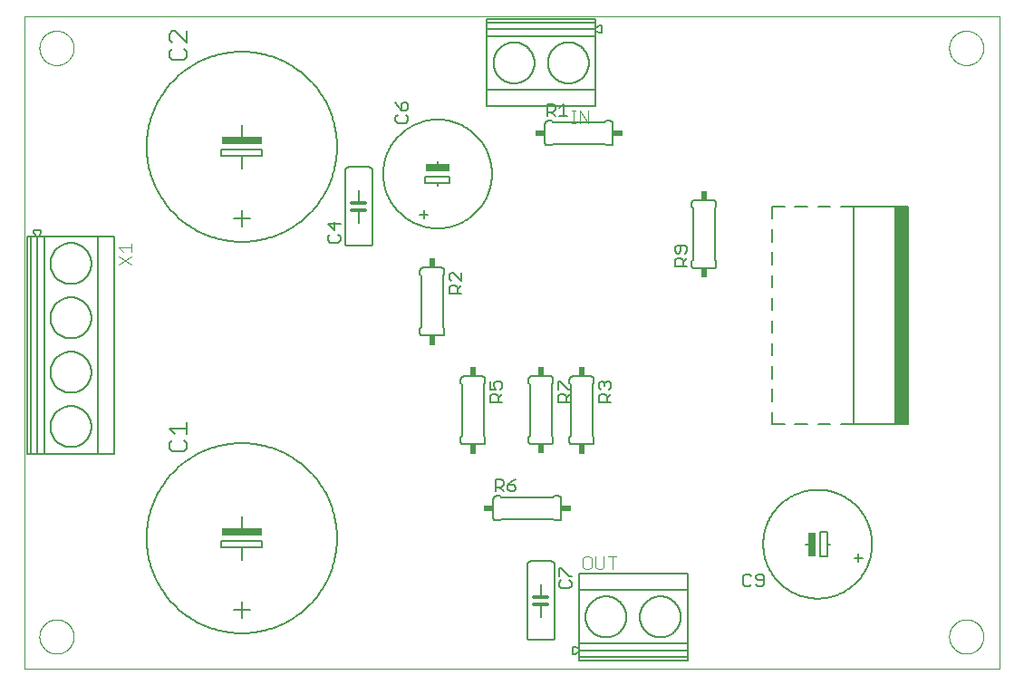
<source format=gbr>
G75*
%MOIN*%
%OFA0B0*%
%FSLAX25Y25*%
%IPPOS*%
%LPD*%
%AMOC8*
5,1,8,0,0,1.08239X$1,22.5*
%
%ADD10C,0.00000*%
%ADD11C,0.00600*%
%ADD12R,0.15000X0.02500*%
%ADD13C,0.00700*%
%ADD14R,0.02500X0.09000*%
%ADD15C,0.00500*%
%ADD16R,0.05000X0.80000*%
%ADD17C,0.00800*%
%ADD18C,0.00400*%
%ADD19R,0.02400X0.03400*%
%ADD20R,0.03400X0.02400*%
%ADD21C,0.01200*%
%ADD22R,0.09000X0.02500*%
D10*
X0001000Y0001000D02*
X0001000Y0240961D01*
X0359701Y0240961D01*
X0359701Y0001000D01*
X0001000Y0001000D01*
X0006512Y0012811D02*
X0006514Y0012969D01*
X0006520Y0013127D01*
X0006530Y0013285D01*
X0006544Y0013443D01*
X0006562Y0013600D01*
X0006583Y0013757D01*
X0006609Y0013913D01*
X0006639Y0014069D01*
X0006672Y0014224D01*
X0006710Y0014377D01*
X0006751Y0014530D01*
X0006796Y0014682D01*
X0006845Y0014833D01*
X0006898Y0014982D01*
X0006954Y0015130D01*
X0007014Y0015276D01*
X0007078Y0015421D01*
X0007146Y0015564D01*
X0007217Y0015706D01*
X0007291Y0015846D01*
X0007369Y0015983D01*
X0007451Y0016119D01*
X0007535Y0016253D01*
X0007624Y0016384D01*
X0007715Y0016513D01*
X0007810Y0016640D01*
X0007907Y0016765D01*
X0008008Y0016887D01*
X0008112Y0017006D01*
X0008219Y0017123D01*
X0008329Y0017237D01*
X0008442Y0017348D01*
X0008557Y0017457D01*
X0008675Y0017562D01*
X0008796Y0017664D01*
X0008919Y0017764D01*
X0009045Y0017860D01*
X0009173Y0017953D01*
X0009303Y0018043D01*
X0009436Y0018129D01*
X0009571Y0018213D01*
X0009707Y0018292D01*
X0009846Y0018369D01*
X0009987Y0018441D01*
X0010129Y0018511D01*
X0010273Y0018576D01*
X0010419Y0018638D01*
X0010566Y0018696D01*
X0010715Y0018751D01*
X0010865Y0018802D01*
X0011016Y0018849D01*
X0011168Y0018892D01*
X0011321Y0018931D01*
X0011476Y0018967D01*
X0011631Y0018998D01*
X0011787Y0019026D01*
X0011943Y0019050D01*
X0012100Y0019070D01*
X0012258Y0019086D01*
X0012415Y0019098D01*
X0012574Y0019106D01*
X0012732Y0019110D01*
X0012890Y0019110D01*
X0013048Y0019106D01*
X0013207Y0019098D01*
X0013364Y0019086D01*
X0013522Y0019070D01*
X0013679Y0019050D01*
X0013835Y0019026D01*
X0013991Y0018998D01*
X0014146Y0018967D01*
X0014301Y0018931D01*
X0014454Y0018892D01*
X0014606Y0018849D01*
X0014757Y0018802D01*
X0014907Y0018751D01*
X0015056Y0018696D01*
X0015203Y0018638D01*
X0015349Y0018576D01*
X0015493Y0018511D01*
X0015635Y0018441D01*
X0015776Y0018369D01*
X0015915Y0018292D01*
X0016051Y0018213D01*
X0016186Y0018129D01*
X0016319Y0018043D01*
X0016449Y0017953D01*
X0016577Y0017860D01*
X0016703Y0017764D01*
X0016826Y0017664D01*
X0016947Y0017562D01*
X0017065Y0017457D01*
X0017180Y0017348D01*
X0017293Y0017237D01*
X0017403Y0017123D01*
X0017510Y0017006D01*
X0017614Y0016887D01*
X0017715Y0016765D01*
X0017812Y0016640D01*
X0017907Y0016513D01*
X0017998Y0016384D01*
X0018087Y0016253D01*
X0018171Y0016119D01*
X0018253Y0015983D01*
X0018331Y0015846D01*
X0018405Y0015706D01*
X0018476Y0015564D01*
X0018544Y0015421D01*
X0018608Y0015276D01*
X0018668Y0015130D01*
X0018724Y0014982D01*
X0018777Y0014833D01*
X0018826Y0014682D01*
X0018871Y0014530D01*
X0018912Y0014377D01*
X0018950Y0014224D01*
X0018983Y0014069D01*
X0019013Y0013913D01*
X0019039Y0013757D01*
X0019060Y0013600D01*
X0019078Y0013443D01*
X0019092Y0013285D01*
X0019102Y0013127D01*
X0019108Y0012969D01*
X0019110Y0012811D01*
X0019108Y0012653D01*
X0019102Y0012495D01*
X0019092Y0012337D01*
X0019078Y0012179D01*
X0019060Y0012022D01*
X0019039Y0011865D01*
X0019013Y0011709D01*
X0018983Y0011553D01*
X0018950Y0011398D01*
X0018912Y0011245D01*
X0018871Y0011092D01*
X0018826Y0010940D01*
X0018777Y0010789D01*
X0018724Y0010640D01*
X0018668Y0010492D01*
X0018608Y0010346D01*
X0018544Y0010201D01*
X0018476Y0010058D01*
X0018405Y0009916D01*
X0018331Y0009776D01*
X0018253Y0009639D01*
X0018171Y0009503D01*
X0018087Y0009369D01*
X0017998Y0009238D01*
X0017907Y0009109D01*
X0017812Y0008982D01*
X0017715Y0008857D01*
X0017614Y0008735D01*
X0017510Y0008616D01*
X0017403Y0008499D01*
X0017293Y0008385D01*
X0017180Y0008274D01*
X0017065Y0008165D01*
X0016947Y0008060D01*
X0016826Y0007958D01*
X0016703Y0007858D01*
X0016577Y0007762D01*
X0016449Y0007669D01*
X0016319Y0007579D01*
X0016186Y0007493D01*
X0016051Y0007409D01*
X0015915Y0007330D01*
X0015776Y0007253D01*
X0015635Y0007181D01*
X0015493Y0007111D01*
X0015349Y0007046D01*
X0015203Y0006984D01*
X0015056Y0006926D01*
X0014907Y0006871D01*
X0014757Y0006820D01*
X0014606Y0006773D01*
X0014454Y0006730D01*
X0014301Y0006691D01*
X0014146Y0006655D01*
X0013991Y0006624D01*
X0013835Y0006596D01*
X0013679Y0006572D01*
X0013522Y0006552D01*
X0013364Y0006536D01*
X0013207Y0006524D01*
X0013048Y0006516D01*
X0012890Y0006512D01*
X0012732Y0006512D01*
X0012574Y0006516D01*
X0012415Y0006524D01*
X0012258Y0006536D01*
X0012100Y0006552D01*
X0011943Y0006572D01*
X0011787Y0006596D01*
X0011631Y0006624D01*
X0011476Y0006655D01*
X0011321Y0006691D01*
X0011168Y0006730D01*
X0011016Y0006773D01*
X0010865Y0006820D01*
X0010715Y0006871D01*
X0010566Y0006926D01*
X0010419Y0006984D01*
X0010273Y0007046D01*
X0010129Y0007111D01*
X0009987Y0007181D01*
X0009846Y0007253D01*
X0009707Y0007330D01*
X0009571Y0007409D01*
X0009436Y0007493D01*
X0009303Y0007579D01*
X0009173Y0007669D01*
X0009045Y0007762D01*
X0008919Y0007858D01*
X0008796Y0007958D01*
X0008675Y0008060D01*
X0008557Y0008165D01*
X0008442Y0008274D01*
X0008329Y0008385D01*
X0008219Y0008499D01*
X0008112Y0008616D01*
X0008008Y0008735D01*
X0007907Y0008857D01*
X0007810Y0008982D01*
X0007715Y0009109D01*
X0007624Y0009238D01*
X0007535Y0009369D01*
X0007451Y0009503D01*
X0007369Y0009639D01*
X0007291Y0009776D01*
X0007217Y0009916D01*
X0007146Y0010058D01*
X0007078Y0010201D01*
X0007014Y0010346D01*
X0006954Y0010492D01*
X0006898Y0010640D01*
X0006845Y0010789D01*
X0006796Y0010940D01*
X0006751Y0011092D01*
X0006710Y0011245D01*
X0006672Y0011398D01*
X0006639Y0011553D01*
X0006609Y0011709D01*
X0006583Y0011865D01*
X0006562Y0012022D01*
X0006544Y0012179D01*
X0006530Y0012337D01*
X0006520Y0012495D01*
X0006514Y0012653D01*
X0006512Y0012811D01*
X0006512Y0229346D02*
X0006514Y0229504D01*
X0006520Y0229662D01*
X0006530Y0229820D01*
X0006544Y0229978D01*
X0006562Y0230135D01*
X0006583Y0230292D01*
X0006609Y0230448D01*
X0006639Y0230604D01*
X0006672Y0230759D01*
X0006710Y0230912D01*
X0006751Y0231065D01*
X0006796Y0231217D01*
X0006845Y0231368D01*
X0006898Y0231517D01*
X0006954Y0231665D01*
X0007014Y0231811D01*
X0007078Y0231956D01*
X0007146Y0232099D01*
X0007217Y0232241D01*
X0007291Y0232381D01*
X0007369Y0232518D01*
X0007451Y0232654D01*
X0007535Y0232788D01*
X0007624Y0232919D01*
X0007715Y0233048D01*
X0007810Y0233175D01*
X0007907Y0233300D01*
X0008008Y0233422D01*
X0008112Y0233541D01*
X0008219Y0233658D01*
X0008329Y0233772D01*
X0008442Y0233883D01*
X0008557Y0233992D01*
X0008675Y0234097D01*
X0008796Y0234199D01*
X0008919Y0234299D01*
X0009045Y0234395D01*
X0009173Y0234488D01*
X0009303Y0234578D01*
X0009436Y0234664D01*
X0009571Y0234748D01*
X0009707Y0234827D01*
X0009846Y0234904D01*
X0009987Y0234976D01*
X0010129Y0235046D01*
X0010273Y0235111D01*
X0010419Y0235173D01*
X0010566Y0235231D01*
X0010715Y0235286D01*
X0010865Y0235337D01*
X0011016Y0235384D01*
X0011168Y0235427D01*
X0011321Y0235466D01*
X0011476Y0235502D01*
X0011631Y0235533D01*
X0011787Y0235561D01*
X0011943Y0235585D01*
X0012100Y0235605D01*
X0012258Y0235621D01*
X0012415Y0235633D01*
X0012574Y0235641D01*
X0012732Y0235645D01*
X0012890Y0235645D01*
X0013048Y0235641D01*
X0013207Y0235633D01*
X0013364Y0235621D01*
X0013522Y0235605D01*
X0013679Y0235585D01*
X0013835Y0235561D01*
X0013991Y0235533D01*
X0014146Y0235502D01*
X0014301Y0235466D01*
X0014454Y0235427D01*
X0014606Y0235384D01*
X0014757Y0235337D01*
X0014907Y0235286D01*
X0015056Y0235231D01*
X0015203Y0235173D01*
X0015349Y0235111D01*
X0015493Y0235046D01*
X0015635Y0234976D01*
X0015776Y0234904D01*
X0015915Y0234827D01*
X0016051Y0234748D01*
X0016186Y0234664D01*
X0016319Y0234578D01*
X0016449Y0234488D01*
X0016577Y0234395D01*
X0016703Y0234299D01*
X0016826Y0234199D01*
X0016947Y0234097D01*
X0017065Y0233992D01*
X0017180Y0233883D01*
X0017293Y0233772D01*
X0017403Y0233658D01*
X0017510Y0233541D01*
X0017614Y0233422D01*
X0017715Y0233300D01*
X0017812Y0233175D01*
X0017907Y0233048D01*
X0017998Y0232919D01*
X0018087Y0232788D01*
X0018171Y0232654D01*
X0018253Y0232518D01*
X0018331Y0232381D01*
X0018405Y0232241D01*
X0018476Y0232099D01*
X0018544Y0231956D01*
X0018608Y0231811D01*
X0018668Y0231665D01*
X0018724Y0231517D01*
X0018777Y0231368D01*
X0018826Y0231217D01*
X0018871Y0231065D01*
X0018912Y0230912D01*
X0018950Y0230759D01*
X0018983Y0230604D01*
X0019013Y0230448D01*
X0019039Y0230292D01*
X0019060Y0230135D01*
X0019078Y0229978D01*
X0019092Y0229820D01*
X0019102Y0229662D01*
X0019108Y0229504D01*
X0019110Y0229346D01*
X0019108Y0229188D01*
X0019102Y0229030D01*
X0019092Y0228872D01*
X0019078Y0228714D01*
X0019060Y0228557D01*
X0019039Y0228400D01*
X0019013Y0228244D01*
X0018983Y0228088D01*
X0018950Y0227933D01*
X0018912Y0227780D01*
X0018871Y0227627D01*
X0018826Y0227475D01*
X0018777Y0227324D01*
X0018724Y0227175D01*
X0018668Y0227027D01*
X0018608Y0226881D01*
X0018544Y0226736D01*
X0018476Y0226593D01*
X0018405Y0226451D01*
X0018331Y0226311D01*
X0018253Y0226174D01*
X0018171Y0226038D01*
X0018087Y0225904D01*
X0017998Y0225773D01*
X0017907Y0225644D01*
X0017812Y0225517D01*
X0017715Y0225392D01*
X0017614Y0225270D01*
X0017510Y0225151D01*
X0017403Y0225034D01*
X0017293Y0224920D01*
X0017180Y0224809D01*
X0017065Y0224700D01*
X0016947Y0224595D01*
X0016826Y0224493D01*
X0016703Y0224393D01*
X0016577Y0224297D01*
X0016449Y0224204D01*
X0016319Y0224114D01*
X0016186Y0224028D01*
X0016051Y0223944D01*
X0015915Y0223865D01*
X0015776Y0223788D01*
X0015635Y0223716D01*
X0015493Y0223646D01*
X0015349Y0223581D01*
X0015203Y0223519D01*
X0015056Y0223461D01*
X0014907Y0223406D01*
X0014757Y0223355D01*
X0014606Y0223308D01*
X0014454Y0223265D01*
X0014301Y0223226D01*
X0014146Y0223190D01*
X0013991Y0223159D01*
X0013835Y0223131D01*
X0013679Y0223107D01*
X0013522Y0223087D01*
X0013364Y0223071D01*
X0013207Y0223059D01*
X0013048Y0223051D01*
X0012890Y0223047D01*
X0012732Y0223047D01*
X0012574Y0223051D01*
X0012415Y0223059D01*
X0012258Y0223071D01*
X0012100Y0223087D01*
X0011943Y0223107D01*
X0011787Y0223131D01*
X0011631Y0223159D01*
X0011476Y0223190D01*
X0011321Y0223226D01*
X0011168Y0223265D01*
X0011016Y0223308D01*
X0010865Y0223355D01*
X0010715Y0223406D01*
X0010566Y0223461D01*
X0010419Y0223519D01*
X0010273Y0223581D01*
X0010129Y0223646D01*
X0009987Y0223716D01*
X0009846Y0223788D01*
X0009707Y0223865D01*
X0009571Y0223944D01*
X0009436Y0224028D01*
X0009303Y0224114D01*
X0009173Y0224204D01*
X0009045Y0224297D01*
X0008919Y0224393D01*
X0008796Y0224493D01*
X0008675Y0224595D01*
X0008557Y0224700D01*
X0008442Y0224809D01*
X0008329Y0224920D01*
X0008219Y0225034D01*
X0008112Y0225151D01*
X0008008Y0225270D01*
X0007907Y0225392D01*
X0007810Y0225517D01*
X0007715Y0225644D01*
X0007624Y0225773D01*
X0007535Y0225904D01*
X0007451Y0226038D01*
X0007369Y0226174D01*
X0007291Y0226311D01*
X0007217Y0226451D01*
X0007146Y0226593D01*
X0007078Y0226736D01*
X0007014Y0226881D01*
X0006954Y0227027D01*
X0006898Y0227175D01*
X0006845Y0227324D01*
X0006796Y0227475D01*
X0006751Y0227627D01*
X0006710Y0227780D01*
X0006672Y0227933D01*
X0006639Y0228088D01*
X0006609Y0228244D01*
X0006583Y0228400D01*
X0006562Y0228557D01*
X0006544Y0228714D01*
X0006530Y0228872D01*
X0006520Y0229030D01*
X0006514Y0229188D01*
X0006512Y0229346D01*
X0341158Y0229346D02*
X0341160Y0229504D01*
X0341166Y0229662D01*
X0341176Y0229820D01*
X0341190Y0229978D01*
X0341208Y0230135D01*
X0341229Y0230292D01*
X0341255Y0230448D01*
X0341285Y0230604D01*
X0341318Y0230759D01*
X0341356Y0230912D01*
X0341397Y0231065D01*
X0341442Y0231217D01*
X0341491Y0231368D01*
X0341544Y0231517D01*
X0341600Y0231665D01*
X0341660Y0231811D01*
X0341724Y0231956D01*
X0341792Y0232099D01*
X0341863Y0232241D01*
X0341937Y0232381D01*
X0342015Y0232518D01*
X0342097Y0232654D01*
X0342181Y0232788D01*
X0342270Y0232919D01*
X0342361Y0233048D01*
X0342456Y0233175D01*
X0342553Y0233300D01*
X0342654Y0233422D01*
X0342758Y0233541D01*
X0342865Y0233658D01*
X0342975Y0233772D01*
X0343088Y0233883D01*
X0343203Y0233992D01*
X0343321Y0234097D01*
X0343442Y0234199D01*
X0343565Y0234299D01*
X0343691Y0234395D01*
X0343819Y0234488D01*
X0343949Y0234578D01*
X0344082Y0234664D01*
X0344217Y0234748D01*
X0344353Y0234827D01*
X0344492Y0234904D01*
X0344633Y0234976D01*
X0344775Y0235046D01*
X0344919Y0235111D01*
X0345065Y0235173D01*
X0345212Y0235231D01*
X0345361Y0235286D01*
X0345511Y0235337D01*
X0345662Y0235384D01*
X0345814Y0235427D01*
X0345967Y0235466D01*
X0346122Y0235502D01*
X0346277Y0235533D01*
X0346433Y0235561D01*
X0346589Y0235585D01*
X0346746Y0235605D01*
X0346904Y0235621D01*
X0347061Y0235633D01*
X0347220Y0235641D01*
X0347378Y0235645D01*
X0347536Y0235645D01*
X0347694Y0235641D01*
X0347853Y0235633D01*
X0348010Y0235621D01*
X0348168Y0235605D01*
X0348325Y0235585D01*
X0348481Y0235561D01*
X0348637Y0235533D01*
X0348792Y0235502D01*
X0348947Y0235466D01*
X0349100Y0235427D01*
X0349252Y0235384D01*
X0349403Y0235337D01*
X0349553Y0235286D01*
X0349702Y0235231D01*
X0349849Y0235173D01*
X0349995Y0235111D01*
X0350139Y0235046D01*
X0350281Y0234976D01*
X0350422Y0234904D01*
X0350561Y0234827D01*
X0350697Y0234748D01*
X0350832Y0234664D01*
X0350965Y0234578D01*
X0351095Y0234488D01*
X0351223Y0234395D01*
X0351349Y0234299D01*
X0351472Y0234199D01*
X0351593Y0234097D01*
X0351711Y0233992D01*
X0351826Y0233883D01*
X0351939Y0233772D01*
X0352049Y0233658D01*
X0352156Y0233541D01*
X0352260Y0233422D01*
X0352361Y0233300D01*
X0352458Y0233175D01*
X0352553Y0233048D01*
X0352644Y0232919D01*
X0352733Y0232788D01*
X0352817Y0232654D01*
X0352899Y0232518D01*
X0352977Y0232381D01*
X0353051Y0232241D01*
X0353122Y0232099D01*
X0353190Y0231956D01*
X0353254Y0231811D01*
X0353314Y0231665D01*
X0353370Y0231517D01*
X0353423Y0231368D01*
X0353472Y0231217D01*
X0353517Y0231065D01*
X0353558Y0230912D01*
X0353596Y0230759D01*
X0353629Y0230604D01*
X0353659Y0230448D01*
X0353685Y0230292D01*
X0353706Y0230135D01*
X0353724Y0229978D01*
X0353738Y0229820D01*
X0353748Y0229662D01*
X0353754Y0229504D01*
X0353756Y0229346D01*
X0353754Y0229188D01*
X0353748Y0229030D01*
X0353738Y0228872D01*
X0353724Y0228714D01*
X0353706Y0228557D01*
X0353685Y0228400D01*
X0353659Y0228244D01*
X0353629Y0228088D01*
X0353596Y0227933D01*
X0353558Y0227780D01*
X0353517Y0227627D01*
X0353472Y0227475D01*
X0353423Y0227324D01*
X0353370Y0227175D01*
X0353314Y0227027D01*
X0353254Y0226881D01*
X0353190Y0226736D01*
X0353122Y0226593D01*
X0353051Y0226451D01*
X0352977Y0226311D01*
X0352899Y0226174D01*
X0352817Y0226038D01*
X0352733Y0225904D01*
X0352644Y0225773D01*
X0352553Y0225644D01*
X0352458Y0225517D01*
X0352361Y0225392D01*
X0352260Y0225270D01*
X0352156Y0225151D01*
X0352049Y0225034D01*
X0351939Y0224920D01*
X0351826Y0224809D01*
X0351711Y0224700D01*
X0351593Y0224595D01*
X0351472Y0224493D01*
X0351349Y0224393D01*
X0351223Y0224297D01*
X0351095Y0224204D01*
X0350965Y0224114D01*
X0350832Y0224028D01*
X0350697Y0223944D01*
X0350561Y0223865D01*
X0350422Y0223788D01*
X0350281Y0223716D01*
X0350139Y0223646D01*
X0349995Y0223581D01*
X0349849Y0223519D01*
X0349702Y0223461D01*
X0349553Y0223406D01*
X0349403Y0223355D01*
X0349252Y0223308D01*
X0349100Y0223265D01*
X0348947Y0223226D01*
X0348792Y0223190D01*
X0348637Y0223159D01*
X0348481Y0223131D01*
X0348325Y0223107D01*
X0348168Y0223087D01*
X0348010Y0223071D01*
X0347853Y0223059D01*
X0347694Y0223051D01*
X0347536Y0223047D01*
X0347378Y0223047D01*
X0347220Y0223051D01*
X0347061Y0223059D01*
X0346904Y0223071D01*
X0346746Y0223087D01*
X0346589Y0223107D01*
X0346433Y0223131D01*
X0346277Y0223159D01*
X0346122Y0223190D01*
X0345967Y0223226D01*
X0345814Y0223265D01*
X0345662Y0223308D01*
X0345511Y0223355D01*
X0345361Y0223406D01*
X0345212Y0223461D01*
X0345065Y0223519D01*
X0344919Y0223581D01*
X0344775Y0223646D01*
X0344633Y0223716D01*
X0344492Y0223788D01*
X0344353Y0223865D01*
X0344217Y0223944D01*
X0344082Y0224028D01*
X0343949Y0224114D01*
X0343819Y0224204D01*
X0343691Y0224297D01*
X0343565Y0224393D01*
X0343442Y0224493D01*
X0343321Y0224595D01*
X0343203Y0224700D01*
X0343088Y0224809D01*
X0342975Y0224920D01*
X0342865Y0225034D01*
X0342758Y0225151D01*
X0342654Y0225270D01*
X0342553Y0225392D01*
X0342456Y0225517D01*
X0342361Y0225644D01*
X0342270Y0225773D01*
X0342181Y0225904D01*
X0342097Y0226038D01*
X0342015Y0226174D01*
X0341937Y0226311D01*
X0341863Y0226451D01*
X0341792Y0226593D01*
X0341724Y0226736D01*
X0341660Y0226881D01*
X0341600Y0227027D01*
X0341544Y0227175D01*
X0341491Y0227324D01*
X0341442Y0227475D01*
X0341397Y0227627D01*
X0341356Y0227780D01*
X0341318Y0227933D01*
X0341285Y0228088D01*
X0341255Y0228244D01*
X0341229Y0228400D01*
X0341208Y0228557D01*
X0341190Y0228714D01*
X0341176Y0228872D01*
X0341166Y0229030D01*
X0341160Y0229188D01*
X0341158Y0229346D01*
X0341158Y0012811D02*
X0341160Y0012969D01*
X0341166Y0013127D01*
X0341176Y0013285D01*
X0341190Y0013443D01*
X0341208Y0013600D01*
X0341229Y0013757D01*
X0341255Y0013913D01*
X0341285Y0014069D01*
X0341318Y0014224D01*
X0341356Y0014377D01*
X0341397Y0014530D01*
X0341442Y0014682D01*
X0341491Y0014833D01*
X0341544Y0014982D01*
X0341600Y0015130D01*
X0341660Y0015276D01*
X0341724Y0015421D01*
X0341792Y0015564D01*
X0341863Y0015706D01*
X0341937Y0015846D01*
X0342015Y0015983D01*
X0342097Y0016119D01*
X0342181Y0016253D01*
X0342270Y0016384D01*
X0342361Y0016513D01*
X0342456Y0016640D01*
X0342553Y0016765D01*
X0342654Y0016887D01*
X0342758Y0017006D01*
X0342865Y0017123D01*
X0342975Y0017237D01*
X0343088Y0017348D01*
X0343203Y0017457D01*
X0343321Y0017562D01*
X0343442Y0017664D01*
X0343565Y0017764D01*
X0343691Y0017860D01*
X0343819Y0017953D01*
X0343949Y0018043D01*
X0344082Y0018129D01*
X0344217Y0018213D01*
X0344353Y0018292D01*
X0344492Y0018369D01*
X0344633Y0018441D01*
X0344775Y0018511D01*
X0344919Y0018576D01*
X0345065Y0018638D01*
X0345212Y0018696D01*
X0345361Y0018751D01*
X0345511Y0018802D01*
X0345662Y0018849D01*
X0345814Y0018892D01*
X0345967Y0018931D01*
X0346122Y0018967D01*
X0346277Y0018998D01*
X0346433Y0019026D01*
X0346589Y0019050D01*
X0346746Y0019070D01*
X0346904Y0019086D01*
X0347061Y0019098D01*
X0347220Y0019106D01*
X0347378Y0019110D01*
X0347536Y0019110D01*
X0347694Y0019106D01*
X0347853Y0019098D01*
X0348010Y0019086D01*
X0348168Y0019070D01*
X0348325Y0019050D01*
X0348481Y0019026D01*
X0348637Y0018998D01*
X0348792Y0018967D01*
X0348947Y0018931D01*
X0349100Y0018892D01*
X0349252Y0018849D01*
X0349403Y0018802D01*
X0349553Y0018751D01*
X0349702Y0018696D01*
X0349849Y0018638D01*
X0349995Y0018576D01*
X0350139Y0018511D01*
X0350281Y0018441D01*
X0350422Y0018369D01*
X0350561Y0018292D01*
X0350697Y0018213D01*
X0350832Y0018129D01*
X0350965Y0018043D01*
X0351095Y0017953D01*
X0351223Y0017860D01*
X0351349Y0017764D01*
X0351472Y0017664D01*
X0351593Y0017562D01*
X0351711Y0017457D01*
X0351826Y0017348D01*
X0351939Y0017237D01*
X0352049Y0017123D01*
X0352156Y0017006D01*
X0352260Y0016887D01*
X0352361Y0016765D01*
X0352458Y0016640D01*
X0352553Y0016513D01*
X0352644Y0016384D01*
X0352733Y0016253D01*
X0352817Y0016119D01*
X0352899Y0015983D01*
X0352977Y0015846D01*
X0353051Y0015706D01*
X0353122Y0015564D01*
X0353190Y0015421D01*
X0353254Y0015276D01*
X0353314Y0015130D01*
X0353370Y0014982D01*
X0353423Y0014833D01*
X0353472Y0014682D01*
X0353517Y0014530D01*
X0353558Y0014377D01*
X0353596Y0014224D01*
X0353629Y0014069D01*
X0353659Y0013913D01*
X0353685Y0013757D01*
X0353706Y0013600D01*
X0353724Y0013443D01*
X0353738Y0013285D01*
X0353748Y0013127D01*
X0353754Y0012969D01*
X0353756Y0012811D01*
X0353754Y0012653D01*
X0353748Y0012495D01*
X0353738Y0012337D01*
X0353724Y0012179D01*
X0353706Y0012022D01*
X0353685Y0011865D01*
X0353659Y0011709D01*
X0353629Y0011553D01*
X0353596Y0011398D01*
X0353558Y0011245D01*
X0353517Y0011092D01*
X0353472Y0010940D01*
X0353423Y0010789D01*
X0353370Y0010640D01*
X0353314Y0010492D01*
X0353254Y0010346D01*
X0353190Y0010201D01*
X0353122Y0010058D01*
X0353051Y0009916D01*
X0352977Y0009776D01*
X0352899Y0009639D01*
X0352817Y0009503D01*
X0352733Y0009369D01*
X0352644Y0009238D01*
X0352553Y0009109D01*
X0352458Y0008982D01*
X0352361Y0008857D01*
X0352260Y0008735D01*
X0352156Y0008616D01*
X0352049Y0008499D01*
X0351939Y0008385D01*
X0351826Y0008274D01*
X0351711Y0008165D01*
X0351593Y0008060D01*
X0351472Y0007958D01*
X0351349Y0007858D01*
X0351223Y0007762D01*
X0351095Y0007669D01*
X0350965Y0007579D01*
X0350832Y0007493D01*
X0350697Y0007409D01*
X0350561Y0007330D01*
X0350422Y0007253D01*
X0350281Y0007181D01*
X0350139Y0007111D01*
X0349995Y0007046D01*
X0349849Y0006984D01*
X0349702Y0006926D01*
X0349553Y0006871D01*
X0349403Y0006820D01*
X0349252Y0006773D01*
X0349100Y0006730D01*
X0348947Y0006691D01*
X0348792Y0006655D01*
X0348637Y0006624D01*
X0348481Y0006596D01*
X0348325Y0006572D01*
X0348168Y0006552D01*
X0348010Y0006536D01*
X0347853Y0006524D01*
X0347694Y0006516D01*
X0347536Y0006512D01*
X0347378Y0006512D01*
X0347220Y0006516D01*
X0347061Y0006524D01*
X0346904Y0006536D01*
X0346746Y0006552D01*
X0346589Y0006572D01*
X0346433Y0006596D01*
X0346277Y0006624D01*
X0346122Y0006655D01*
X0345967Y0006691D01*
X0345814Y0006730D01*
X0345662Y0006773D01*
X0345511Y0006820D01*
X0345361Y0006871D01*
X0345212Y0006926D01*
X0345065Y0006984D01*
X0344919Y0007046D01*
X0344775Y0007111D01*
X0344633Y0007181D01*
X0344492Y0007253D01*
X0344353Y0007330D01*
X0344217Y0007409D01*
X0344082Y0007493D01*
X0343949Y0007579D01*
X0343819Y0007669D01*
X0343691Y0007762D01*
X0343565Y0007858D01*
X0343442Y0007958D01*
X0343321Y0008060D01*
X0343203Y0008165D01*
X0343088Y0008274D01*
X0342975Y0008385D01*
X0342865Y0008499D01*
X0342758Y0008616D01*
X0342654Y0008735D01*
X0342553Y0008857D01*
X0342456Y0008982D01*
X0342361Y0009109D01*
X0342270Y0009238D01*
X0342181Y0009369D01*
X0342097Y0009503D01*
X0342015Y0009639D01*
X0341937Y0009776D01*
X0341863Y0009916D01*
X0341792Y0010058D01*
X0341724Y0010201D01*
X0341660Y0010346D01*
X0341600Y0010492D01*
X0341544Y0010640D01*
X0341491Y0010789D01*
X0341442Y0010940D01*
X0341397Y0011092D01*
X0341356Y0011245D01*
X0341318Y0011398D01*
X0341285Y0011553D01*
X0341255Y0011709D01*
X0341229Y0011865D01*
X0341208Y0012022D01*
X0341190Y0012179D01*
X0341176Y0012337D01*
X0341166Y0012495D01*
X0341160Y0012653D01*
X0341158Y0012811D01*
D11*
X0307800Y0040300D02*
X0307800Y0043300D01*
X0306300Y0041800D02*
X0309300Y0041800D01*
X0297300Y0046800D02*
X0296300Y0046800D01*
X0296300Y0042300D01*
X0293800Y0042300D01*
X0293800Y0051300D01*
X0296300Y0051300D01*
X0296300Y0046800D01*
X0272800Y0046800D02*
X0272806Y0047291D01*
X0272824Y0047781D01*
X0272854Y0048271D01*
X0272896Y0048760D01*
X0272950Y0049248D01*
X0273016Y0049735D01*
X0273094Y0050219D01*
X0273184Y0050702D01*
X0273286Y0051182D01*
X0273399Y0051660D01*
X0273524Y0052134D01*
X0273661Y0052606D01*
X0273809Y0053074D01*
X0273969Y0053538D01*
X0274140Y0053998D01*
X0274322Y0054454D01*
X0274516Y0054905D01*
X0274720Y0055351D01*
X0274936Y0055792D01*
X0275162Y0056228D01*
X0275398Y0056658D01*
X0275645Y0057082D01*
X0275903Y0057500D01*
X0276171Y0057911D01*
X0276448Y0058316D01*
X0276736Y0058714D01*
X0277033Y0059105D01*
X0277340Y0059488D01*
X0277656Y0059863D01*
X0277981Y0060231D01*
X0278315Y0060591D01*
X0278658Y0060942D01*
X0279009Y0061285D01*
X0279369Y0061619D01*
X0279737Y0061944D01*
X0280112Y0062260D01*
X0280495Y0062567D01*
X0280886Y0062864D01*
X0281284Y0063152D01*
X0281689Y0063429D01*
X0282100Y0063697D01*
X0282518Y0063955D01*
X0282942Y0064202D01*
X0283372Y0064438D01*
X0283808Y0064664D01*
X0284249Y0064880D01*
X0284695Y0065084D01*
X0285146Y0065278D01*
X0285602Y0065460D01*
X0286062Y0065631D01*
X0286526Y0065791D01*
X0286994Y0065939D01*
X0287466Y0066076D01*
X0287940Y0066201D01*
X0288418Y0066314D01*
X0288898Y0066416D01*
X0289381Y0066506D01*
X0289865Y0066584D01*
X0290352Y0066650D01*
X0290840Y0066704D01*
X0291329Y0066746D01*
X0291819Y0066776D01*
X0292309Y0066794D01*
X0292800Y0066800D01*
X0293291Y0066794D01*
X0293781Y0066776D01*
X0294271Y0066746D01*
X0294760Y0066704D01*
X0295248Y0066650D01*
X0295735Y0066584D01*
X0296219Y0066506D01*
X0296702Y0066416D01*
X0297182Y0066314D01*
X0297660Y0066201D01*
X0298134Y0066076D01*
X0298606Y0065939D01*
X0299074Y0065791D01*
X0299538Y0065631D01*
X0299998Y0065460D01*
X0300454Y0065278D01*
X0300905Y0065084D01*
X0301351Y0064880D01*
X0301792Y0064664D01*
X0302228Y0064438D01*
X0302658Y0064202D01*
X0303082Y0063955D01*
X0303500Y0063697D01*
X0303911Y0063429D01*
X0304316Y0063152D01*
X0304714Y0062864D01*
X0305105Y0062567D01*
X0305488Y0062260D01*
X0305863Y0061944D01*
X0306231Y0061619D01*
X0306591Y0061285D01*
X0306942Y0060942D01*
X0307285Y0060591D01*
X0307619Y0060231D01*
X0307944Y0059863D01*
X0308260Y0059488D01*
X0308567Y0059105D01*
X0308864Y0058714D01*
X0309152Y0058316D01*
X0309429Y0057911D01*
X0309697Y0057500D01*
X0309955Y0057082D01*
X0310202Y0056658D01*
X0310438Y0056228D01*
X0310664Y0055792D01*
X0310880Y0055351D01*
X0311084Y0054905D01*
X0311278Y0054454D01*
X0311460Y0053998D01*
X0311631Y0053538D01*
X0311791Y0053074D01*
X0311939Y0052606D01*
X0312076Y0052134D01*
X0312201Y0051660D01*
X0312314Y0051182D01*
X0312416Y0050702D01*
X0312506Y0050219D01*
X0312584Y0049735D01*
X0312650Y0049248D01*
X0312704Y0048760D01*
X0312746Y0048271D01*
X0312776Y0047781D01*
X0312794Y0047291D01*
X0312800Y0046800D01*
X0312794Y0046309D01*
X0312776Y0045819D01*
X0312746Y0045329D01*
X0312704Y0044840D01*
X0312650Y0044352D01*
X0312584Y0043865D01*
X0312506Y0043381D01*
X0312416Y0042898D01*
X0312314Y0042418D01*
X0312201Y0041940D01*
X0312076Y0041466D01*
X0311939Y0040994D01*
X0311791Y0040526D01*
X0311631Y0040062D01*
X0311460Y0039602D01*
X0311278Y0039146D01*
X0311084Y0038695D01*
X0310880Y0038249D01*
X0310664Y0037808D01*
X0310438Y0037372D01*
X0310202Y0036942D01*
X0309955Y0036518D01*
X0309697Y0036100D01*
X0309429Y0035689D01*
X0309152Y0035284D01*
X0308864Y0034886D01*
X0308567Y0034495D01*
X0308260Y0034112D01*
X0307944Y0033737D01*
X0307619Y0033369D01*
X0307285Y0033009D01*
X0306942Y0032658D01*
X0306591Y0032315D01*
X0306231Y0031981D01*
X0305863Y0031656D01*
X0305488Y0031340D01*
X0305105Y0031033D01*
X0304714Y0030736D01*
X0304316Y0030448D01*
X0303911Y0030171D01*
X0303500Y0029903D01*
X0303082Y0029645D01*
X0302658Y0029398D01*
X0302228Y0029162D01*
X0301792Y0028936D01*
X0301351Y0028720D01*
X0300905Y0028516D01*
X0300454Y0028322D01*
X0299998Y0028140D01*
X0299538Y0027969D01*
X0299074Y0027809D01*
X0298606Y0027661D01*
X0298134Y0027524D01*
X0297660Y0027399D01*
X0297182Y0027286D01*
X0296702Y0027184D01*
X0296219Y0027094D01*
X0295735Y0027016D01*
X0295248Y0026950D01*
X0294760Y0026896D01*
X0294271Y0026854D01*
X0293781Y0026824D01*
X0293291Y0026806D01*
X0292800Y0026800D01*
X0292309Y0026806D01*
X0291819Y0026824D01*
X0291329Y0026854D01*
X0290840Y0026896D01*
X0290352Y0026950D01*
X0289865Y0027016D01*
X0289381Y0027094D01*
X0288898Y0027184D01*
X0288418Y0027286D01*
X0287940Y0027399D01*
X0287466Y0027524D01*
X0286994Y0027661D01*
X0286526Y0027809D01*
X0286062Y0027969D01*
X0285602Y0028140D01*
X0285146Y0028322D01*
X0284695Y0028516D01*
X0284249Y0028720D01*
X0283808Y0028936D01*
X0283372Y0029162D01*
X0282942Y0029398D01*
X0282518Y0029645D01*
X0282100Y0029903D01*
X0281689Y0030171D01*
X0281284Y0030448D01*
X0280886Y0030736D01*
X0280495Y0031033D01*
X0280112Y0031340D01*
X0279737Y0031656D01*
X0279369Y0031981D01*
X0279009Y0032315D01*
X0278658Y0032658D01*
X0278315Y0033009D01*
X0277981Y0033369D01*
X0277656Y0033737D01*
X0277340Y0034112D01*
X0277033Y0034495D01*
X0276736Y0034886D01*
X0276448Y0035284D01*
X0276171Y0035689D01*
X0275903Y0036100D01*
X0275645Y0036518D01*
X0275398Y0036942D01*
X0275162Y0037372D01*
X0274936Y0037808D01*
X0274720Y0038249D01*
X0274516Y0038695D01*
X0274322Y0039146D01*
X0274140Y0039602D01*
X0273969Y0040062D01*
X0273809Y0040526D01*
X0273661Y0040994D01*
X0273524Y0041466D01*
X0273399Y0041940D01*
X0273286Y0042418D01*
X0273184Y0042898D01*
X0273094Y0043381D01*
X0273016Y0043865D01*
X0272950Y0044352D01*
X0272896Y0044840D01*
X0272854Y0045329D01*
X0272824Y0045819D01*
X0272806Y0046309D01*
X0272800Y0046800D01*
X0288300Y0046800D02*
X0290300Y0046800D01*
X0210500Y0084500D02*
X0210500Y0086000D01*
X0210000Y0086500D01*
X0210000Y0105500D01*
X0210500Y0106000D01*
X0210500Y0107500D01*
X0210498Y0107560D01*
X0210493Y0107621D01*
X0210484Y0107680D01*
X0210471Y0107739D01*
X0210455Y0107798D01*
X0210435Y0107855D01*
X0210412Y0107910D01*
X0210385Y0107965D01*
X0210356Y0108017D01*
X0210323Y0108068D01*
X0210287Y0108117D01*
X0210249Y0108163D01*
X0210207Y0108207D01*
X0210163Y0108249D01*
X0210117Y0108287D01*
X0210068Y0108323D01*
X0210017Y0108356D01*
X0209965Y0108385D01*
X0209910Y0108412D01*
X0209855Y0108435D01*
X0209798Y0108455D01*
X0209739Y0108471D01*
X0209680Y0108484D01*
X0209621Y0108493D01*
X0209560Y0108498D01*
X0209500Y0108500D01*
X0202500Y0108500D01*
X0202440Y0108498D01*
X0202379Y0108493D01*
X0202320Y0108484D01*
X0202261Y0108471D01*
X0202202Y0108455D01*
X0202145Y0108435D01*
X0202090Y0108412D01*
X0202035Y0108385D01*
X0201983Y0108356D01*
X0201932Y0108323D01*
X0201883Y0108287D01*
X0201837Y0108249D01*
X0201793Y0108207D01*
X0201751Y0108163D01*
X0201713Y0108117D01*
X0201677Y0108068D01*
X0201644Y0108017D01*
X0201615Y0107965D01*
X0201588Y0107910D01*
X0201565Y0107855D01*
X0201545Y0107798D01*
X0201529Y0107739D01*
X0201516Y0107680D01*
X0201507Y0107621D01*
X0201502Y0107560D01*
X0201500Y0107500D01*
X0201500Y0106000D01*
X0202000Y0105500D01*
X0202000Y0086500D01*
X0201500Y0086000D01*
X0201500Y0084500D01*
X0201502Y0084440D01*
X0201507Y0084379D01*
X0201516Y0084320D01*
X0201529Y0084261D01*
X0201545Y0084202D01*
X0201565Y0084145D01*
X0201588Y0084090D01*
X0201615Y0084035D01*
X0201644Y0083983D01*
X0201677Y0083932D01*
X0201713Y0083883D01*
X0201751Y0083837D01*
X0201793Y0083793D01*
X0201837Y0083751D01*
X0201883Y0083713D01*
X0201932Y0083677D01*
X0201983Y0083644D01*
X0202035Y0083615D01*
X0202090Y0083588D01*
X0202145Y0083565D01*
X0202202Y0083545D01*
X0202261Y0083529D01*
X0202320Y0083516D01*
X0202379Y0083507D01*
X0202440Y0083502D01*
X0202500Y0083500D01*
X0209500Y0083500D01*
X0209560Y0083502D01*
X0209621Y0083507D01*
X0209680Y0083516D01*
X0209739Y0083529D01*
X0209798Y0083545D01*
X0209855Y0083565D01*
X0209910Y0083588D01*
X0209965Y0083615D01*
X0210017Y0083644D01*
X0210068Y0083677D01*
X0210117Y0083713D01*
X0210163Y0083751D01*
X0210207Y0083793D01*
X0210249Y0083837D01*
X0210287Y0083883D01*
X0210323Y0083932D01*
X0210356Y0083983D01*
X0210385Y0084035D01*
X0210412Y0084090D01*
X0210435Y0084145D01*
X0210455Y0084202D01*
X0210471Y0084261D01*
X0210484Y0084320D01*
X0210493Y0084379D01*
X0210498Y0084440D01*
X0210500Y0084500D01*
X0195500Y0084600D02*
X0195500Y0086100D01*
X0195000Y0086600D01*
X0195000Y0105600D01*
X0195500Y0106100D01*
X0195500Y0107600D01*
X0195498Y0107660D01*
X0195493Y0107721D01*
X0195484Y0107780D01*
X0195471Y0107839D01*
X0195455Y0107898D01*
X0195435Y0107955D01*
X0195412Y0108010D01*
X0195385Y0108065D01*
X0195356Y0108117D01*
X0195323Y0108168D01*
X0195287Y0108217D01*
X0195249Y0108263D01*
X0195207Y0108307D01*
X0195163Y0108349D01*
X0195117Y0108387D01*
X0195068Y0108423D01*
X0195017Y0108456D01*
X0194965Y0108485D01*
X0194910Y0108512D01*
X0194855Y0108535D01*
X0194798Y0108555D01*
X0194739Y0108571D01*
X0194680Y0108584D01*
X0194621Y0108593D01*
X0194560Y0108598D01*
X0194500Y0108600D01*
X0187500Y0108600D01*
X0187440Y0108598D01*
X0187379Y0108593D01*
X0187320Y0108584D01*
X0187261Y0108571D01*
X0187202Y0108555D01*
X0187145Y0108535D01*
X0187090Y0108512D01*
X0187035Y0108485D01*
X0186983Y0108456D01*
X0186932Y0108423D01*
X0186883Y0108387D01*
X0186837Y0108349D01*
X0186793Y0108307D01*
X0186751Y0108263D01*
X0186713Y0108217D01*
X0186677Y0108168D01*
X0186644Y0108117D01*
X0186615Y0108065D01*
X0186588Y0108010D01*
X0186565Y0107955D01*
X0186545Y0107898D01*
X0186529Y0107839D01*
X0186516Y0107780D01*
X0186507Y0107721D01*
X0186502Y0107660D01*
X0186500Y0107600D01*
X0186500Y0106100D01*
X0187000Y0105600D01*
X0187000Y0086600D01*
X0186500Y0086100D01*
X0186500Y0084600D01*
X0186502Y0084540D01*
X0186507Y0084479D01*
X0186516Y0084420D01*
X0186529Y0084361D01*
X0186545Y0084302D01*
X0186565Y0084245D01*
X0186588Y0084190D01*
X0186615Y0084135D01*
X0186644Y0084083D01*
X0186677Y0084032D01*
X0186713Y0083983D01*
X0186751Y0083937D01*
X0186793Y0083893D01*
X0186837Y0083851D01*
X0186883Y0083813D01*
X0186932Y0083777D01*
X0186983Y0083744D01*
X0187035Y0083715D01*
X0187090Y0083688D01*
X0187145Y0083665D01*
X0187202Y0083645D01*
X0187261Y0083629D01*
X0187320Y0083616D01*
X0187379Y0083607D01*
X0187440Y0083602D01*
X0187500Y0083600D01*
X0194500Y0083600D01*
X0194560Y0083602D01*
X0194621Y0083607D01*
X0194680Y0083616D01*
X0194739Y0083629D01*
X0194798Y0083645D01*
X0194855Y0083665D01*
X0194910Y0083688D01*
X0194965Y0083715D01*
X0195017Y0083744D01*
X0195068Y0083777D01*
X0195117Y0083813D01*
X0195163Y0083851D01*
X0195207Y0083893D01*
X0195249Y0083937D01*
X0195287Y0083983D01*
X0195323Y0084032D01*
X0195356Y0084083D01*
X0195385Y0084135D01*
X0195412Y0084190D01*
X0195435Y0084245D01*
X0195455Y0084302D01*
X0195471Y0084361D01*
X0195484Y0084420D01*
X0195493Y0084479D01*
X0195498Y0084540D01*
X0195500Y0084600D01*
X0170500Y0084500D02*
X0170500Y0086000D01*
X0170000Y0086500D01*
X0170000Y0105500D01*
X0170500Y0106000D01*
X0170500Y0107500D01*
X0170498Y0107560D01*
X0170493Y0107621D01*
X0170484Y0107680D01*
X0170471Y0107739D01*
X0170455Y0107798D01*
X0170435Y0107855D01*
X0170412Y0107910D01*
X0170385Y0107965D01*
X0170356Y0108017D01*
X0170323Y0108068D01*
X0170287Y0108117D01*
X0170249Y0108163D01*
X0170207Y0108207D01*
X0170163Y0108249D01*
X0170117Y0108287D01*
X0170068Y0108323D01*
X0170017Y0108356D01*
X0169965Y0108385D01*
X0169910Y0108412D01*
X0169855Y0108435D01*
X0169798Y0108455D01*
X0169739Y0108471D01*
X0169680Y0108484D01*
X0169621Y0108493D01*
X0169560Y0108498D01*
X0169500Y0108500D01*
X0162500Y0108500D01*
X0162440Y0108498D01*
X0162379Y0108493D01*
X0162320Y0108484D01*
X0162261Y0108471D01*
X0162202Y0108455D01*
X0162145Y0108435D01*
X0162090Y0108412D01*
X0162035Y0108385D01*
X0161983Y0108356D01*
X0161932Y0108323D01*
X0161883Y0108287D01*
X0161837Y0108249D01*
X0161793Y0108207D01*
X0161751Y0108163D01*
X0161713Y0108117D01*
X0161677Y0108068D01*
X0161644Y0108017D01*
X0161615Y0107965D01*
X0161588Y0107910D01*
X0161565Y0107855D01*
X0161545Y0107798D01*
X0161529Y0107739D01*
X0161516Y0107680D01*
X0161507Y0107621D01*
X0161502Y0107560D01*
X0161500Y0107500D01*
X0161500Y0106000D01*
X0162000Y0105500D01*
X0162000Y0086500D01*
X0161500Y0086000D01*
X0161500Y0084500D01*
X0161502Y0084440D01*
X0161507Y0084379D01*
X0161516Y0084320D01*
X0161529Y0084261D01*
X0161545Y0084202D01*
X0161565Y0084145D01*
X0161588Y0084090D01*
X0161615Y0084035D01*
X0161644Y0083983D01*
X0161677Y0083932D01*
X0161713Y0083883D01*
X0161751Y0083837D01*
X0161793Y0083793D01*
X0161837Y0083751D01*
X0161883Y0083713D01*
X0161932Y0083677D01*
X0161983Y0083644D01*
X0162035Y0083615D01*
X0162090Y0083588D01*
X0162145Y0083565D01*
X0162202Y0083545D01*
X0162261Y0083529D01*
X0162320Y0083516D01*
X0162379Y0083507D01*
X0162440Y0083502D01*
X0162500Y0083500D01*
X0169500Y0083500D01*
X0169560Y0083502D01*
X0169621Y0083507D01*
X0169680Y0083516D01*
X0169739Y0083529D01*
X0169798Y0083545D01*
X0169855Y0083565D01*
X0169910Y0083588D01*
X0169965Y0083615D01*
X0170017Y0083644D01*
X0170068Y0083677D01*
X0170117Y0083713D01*
X0170163Y0083751D01*
X0170207Y0083793D01*
X0170249Y0083837D01*
X0170287Y0083883D01*
X0170323Y0083932D01*
X0170356Y0083983D01*
X0170385Y0084035D01*
X0170412Y0084090D01*
X0170435Y0084145D01*
X0170455Y0084202D01*
X0170471Y0084261D01*
X0170484Y0084320D01*
X0170493Y0084379D01*
X0170498Y0084440D01*
X0170500Y0084500D01*
X0174500Y0064500D02*
X0176000Y0064500D01*
X0176500Y0064000D01*
X0195500Y0064000D01*
X0196000Y0064500D01*
X0197500Y0064500D01*
X0197560Y0064498D01*
X0197621Y0064493D01*
X0197680Y0064484D01*
X0197739Y0064471D01*
X0197798Y0064455D01*
X0197855Y0064435D01*
X0197910Y0064412D01*
X0197965Y0064385D01*
X0198017Y0064356D01*
X0198068Y0064323D01*
X0198117Y0064287D01*
X0198163Y0064249D01*
X0198207Y0064207D01*
X0198249Y0064163D01*
X0198287Y0064117D01*
X0198323Y0064068D01*
X0198356Y0064017D01*
X0198385Y0063965D01*
X0198412Y0063910D01*
X0198435Y0063855D01*
X0198455Y0063798D01*
X0198471Y0063739D01*
X0198484Y0063680D01*
X0198493Y0063621D01*
X0198498Y0063560D01*
X0198500Y0063500D01*
X0198500Y0056500D01*
X0198498Y0056440D01*
X0198493Y0056379D01*
X0198484Y0056320D01*
X0198471Y0056261D01*
X0198455Y0056202D01*
X0198435Y0056145D01*
X0198412Y0056090D01*
X0198385Y0056035D01*
X0198356Y0055983D01*
X0198323Y0055932D01*
X0198287Y0055883D01*
X0198249Y0055837D01*
X0198207Y0055793D01*
X0198163Y0055751D01*
X0198117Y0055713D01*
X0198068Y0055677D01*
X0198017Y0055644D01*
X0197965Y0055615D01*
X0197910Y0055588D01*
X0197855Y0055565D01*
X0197798Y0055545D01*
X0197739Y0055529D01*
X0197680Y0055516D01*
X0197621Y0055507D01*
X0197560Y0055502D01*
X0197500Y0055500D01*
X0196000Y0055500D01*
X0195500Y0056000D01*
X0176500Y0056000D01*
X0176000Y0055500D01*
X0174500Y0055500D01*
X0174440Y0055502D01*
X0174379Y0055507D01*
X0174320Y0055516D01*
X0174261Y0055529D01*
X0174202Y0055545D01*
X0174145Y0055565D01*
X0174090Y0055588D01*
X0174035Y0055615D01*
X0173983Y0055644D01*
X0173932Y0055677D01*
X0173883Y0055713D01*
X0173837Y0055751D01*
X0173793Y0055793D01*
X0173751Y0055837D01*
X0173713Y0055883D01*
X0173677Y0055932D01*
X0173644Y0055983D01*
X0173615Y0056035D01*
X0173588Y0056090D01*
X0173565Y0056145D01*
X0173545Y0056202D01*
X0173529Y0056261D01*
X0173516Y0056320D01*
X0173507Y0056379D01*
X0173502Y0056440D01*
X0173500Y0056500D01*
X0173500Y0063500D01*
X0173502Y0063560D01*
X0173507Y0063621D01*
X0173516Y0063680D01*
X0173529Y0063739D01*
X0173545Y0063798D01*
X0173565Y0063855D01*
X0173588Y0063910D01*
X0173615Y0063965D01*
X0173644Y0064017D01*
X0173677Y0064068D01*
X0173713Y0064117D01*
X0173751Y0064163D01*
X0173793Y0064207D01*
X0173837Y0064249D01*
X0173883Y0064287D01*
X0173932Y0064323D01*
X0173983Y0064356D01*
X0174035Y0064385D01*
X0174090Y0064412D01*
X0174145Y0064435D01*
X0174202Y0064455D01*
X0174261Y0064471D01*
X0174320Y0064484D01*
X0174379Y0064493D01*
X0174440Y0064498D01*
X0174500Y0064500D01*
X0187000Y0040500D02*
X0195000Y0040500D01*
X0195060Y0040498D01*
X0195121Y0040493D01*
X0195180Y0040484D01*
X0195239Y0040471D01*
X0195298Y0040455D01*
X0195355Y0040435D01*
X0195410Y0040412D01*
X0195465Y0040385D01*
X0195517Y0040356D01*
X0195568Y0040323D01*
X0195617Y0040287D01*
X0195663Y0040249D01*
X0195707Y0040207D01*
X0195749Y0040163D01*
X0195787Y0040117D01*
X0195823Y0040068D01*
X0195856Y0040017D01*
X0195885Y0039965D01*
X0195912Y0039910D01*
X0195935Y0039855D01*
X0195955Y0039798D01*
X0195971Y0039739D01*
X0195984Y0039680D01*
X0195993Y0039621D01*
X0195998Y0039560D01*
X0196000Y0039500D01*
X0196000Y0012500D01*
X0195998Y0012440D01*
X0195993Y0012379D01*
X0195984Y0012320D01*
X0195971Y0012261D01*
X0195955Y0012202D01*
X0195935Y0012145D01*
X0195912Y0012090D01*
X0195885Y0012035D01*
X0195856Y0011983D01*
X0195823Y0011932D01*
X0195787Y0011883D01*
X0195749Y0011837D01*
X0195707Y0011793D01*
X0195663Y0011751D01*
X0195617Y0011713D01*
X0195568Y0011677D01*
X0195517Y0011644D01*
X0195465Y0011615D01*
X0195410Y0011588D01*
X0195355Y0011565D01*
X0195298Y0011545D01*
X0195239Y0011529D01*
X0195180Y0011516D01*
X0195121Y0011507D01*
X0195060Y0011502D01*
X0195000Y0011500D01*
X0187000Y0011500D01*
X0186940Y0011502D01*
X0186879Y0011507D01*
X0186820Y0011516D01*
X0186761Y0011529D01*
X0186702Y0011545D01*
X0186645Y0011565D01*
X0186590Y0011588D01*
X0186535Y0011615D01*
X0186483Y0011644D01*
X0186432Y0011677D01*
X0186383Y0011713D01*
X0186337Y0011751D01*
X0186293Y0011793D01*
X0186251Y0011837D01*
X0186213Y0011883D01*
X0186177Y0011932D01*
X0186144Y0011983D01*
X0186115Y0012035D01*
X0186088Y0012090D01*
X0186065Y0012145D01*
X0186045Y0012202D01*
X0186029Y0012261D01*
X0186016Y0012320D01*
X0186007Y0012379D01*
X0186002Y0012440D01*
X0186000Y0012500D01*
X0186000Y0039500D01*
X0186002Y0039560D01*
X0186007Y0039621D01*
X0186016Y0039680D01*
X0186029Y0039739D01*
X0186045Y0039798D01*
X0186065Y0039855D01*
X0186088Y0039910D01*
X0186115Y0039965D01*
X0186144Y0040017D01*
X0186177Y0040068D01*
X0186213Y0040117D01*
X0186251Y0040163D01*
X0186293Y0040207D01*
X0186337Y0040249D01*
X0186383Y0040287D01*
X0186432Y0040323D01*
X0186483Y0040356D01*
X0186535Y0040385D01*
X0186590Y0040412D01*
X0186645Y0040435D01*
X0186702Y0040455D01*
X0186761Y0040471D01*
X0186820Y0040484D01*
X0186879Y0040493D01*
X0186940Y0040498D01*
X0187000Y0040500D01*
X0191000Y0032000D02*
X0191000Y0027200D01*
X0191000Y0024700D02*
X0191000Y0020000D01*
X0088500Y0045500D02*
X0081000Y0045500D01*
X0073500Y0045500D01*
X0073500Y0048000D01*
X0088500Y0048000D01*
X0088500Y0045500D01*
X0081000Y0045500D02*
X0081000Y0041000D01*
X0046000Y0049000D02*
X0046011Y0049859D01*
X0046042Y0050717D01*
X0046095Y0051575D01*
X0046169Y0052431D01*
X0046263Y0053284D01*
X0046379Y0054136D01*
X0046515Y0054984D01*
X0046673Y0055828D01*
X0046850Y0056669D01*
X0047049Y0057504D01*
X0047268Y0058335D01*
X0047507Y0059160D01*
X0047767Y0059979D01*
X0048046Y0060791D01*
X0048345Y0061596D01*
X0048664Y0062394D01*
X0049003Y0063183D01*
X0049360Y0063964D01*
X0049737Y0064736D01*
X0050133Y0065499D01*
X0050547Y0066251D01*
X0050979Y0066994D01*
X0051430Y0067725D01*
X0051899Y0068445D01*
X0052385Y0069153D01*
X0052888Y0069849D01*
X0053408Y0070533D01*
X0053945Y0071204D01*
X0054498Y0071861D01*
X0055067Y0072505D01*
X0055651Y0073134D01*
X0056251Y0073749D01*
X0056866Y0074349D01*
X0057495Y0074933D01*
X0058139Y0075502D01*
X0058796Y0076055D01*
X0059467Y0076592D01*
X0060151Y0077112D01*
X0060847Y0077615D01*
X0061555Y0078101D01*
X0062275Y0078570D01*
X0063006Y0079021D01*
X0063749Y0079453D01*
X0064501Y0079867D01*
X0065264Y0080263D01*
X0066036Y0080640D01*
X0066817Y0080997D01*
X0067606Y0081336D01*
X0068404Y0081655D01*
X0069209Y0081954D01*
X0070021Y0082233D01*
X0070840Y0082493D01*
X0071665Y0082732D01*
X0072496Y0082951D01*
X0073331Y0083150D01*
X0074172Y0083327D01*
X0075016Y0083485D01*
X0075864Y0083621D01*
X0076716Y0083737D01*
X0077569Y0083831D01*
X0078425Y0083905D01*
X0079283Y0083958D01*
X0080141Y0083989D01*
X0081000Y0084000D01*
X0081859Y0083989D01*
X0082717Y0083958D01*
X0083575Y0083905D01*
X0084431Y0083831D01*
X0085284Y0083737D01*
X0086136Y0083621D01*
X0086984Y0083485D01*
X0087828Y0083327D01*
X0088669Y0083150D01*
X0089504Y0082951D01*
X0090335Y0082732D01*
X0091160Y0082493D01*
X0091979Y0082233D01*
X0092791Y0081954D01*
X0093596Y0081655D01*
X0094394Y0081336D01*
X0095183Y0080997D01*
X0095964Y0080640D01*
X0096736Y0080263D01*
X0097499Y0079867D01*
X0098251Y0079453D01*
X0098994Y0079021D01*
X0099725Y0078570D01*
X0100445Y0078101D01*
X0101153Y0077615D01*
X0101849Y0077112D01*
X0102533Y0076592D01*
X0103204Y0076055D01*
X0103861Y0075502D01*
X0104505Y0074933D01*
X0105134Y0074349D01*
X0105749Y0073749D01*
X0106349Y0073134D01*
X0106933Y0072505D01*
X0107502Y0071861D01*
X0108055Y0071204D01*
X0108592Y0070533D01*
X0109112Y0069849D01*
X0109615Y0069153D01*
X0110101Y0068445D01*
X0110570Y0067725D01*
X0111021Y0066994D01*
X0111453Y0066251D01*
X0111867Y0065499D01*
X0112263Y0064736D01*
X0112640Y0063964D01*
X0112997Y0063183D01*
X0113336Y0062394D01*
X0113655Y0061596D01*
X0113954Y0060791D01*
X0114233Y0059979D01*
X0114493Y0059160D01*
X0114732Y0058335D01*
X0114951Y0057504D01*
X0115150Y0056669D01*
X0115327Y0055828D01*
X0115485Y0054984D01*
X0115621Y0054136D01*
X0115737Y0053284D01*
X0115831Y0052431D01*
X0115905Y0051575D01*
X0115958Y0050717D01*
X0115989Y0049859D01*
X0116000Y0049000D01*
X0115989Y0048141D01*
X0115958Y0047283D01*
X0115905Y0046425D01*
X0115831Y0045569D01*
X0115737Y0044716D01*
X0115621Y0043864D01*
X0115485Y0043016D01*
X0115327Y0042172D01*
X0115150Y0041331D01*
X0114951Y0040496D01*
X0114732Y0039665D01*
X0114493Y0038840D01*
X0114233Y0038021D01*
X0113954Y0037209D01*
X0113655Y0036404D01*
X0113336Y0035606D01*
X0112997Y0034817D01*
X0112640Y0034036D01*
X0112263Y0033264D01*
X0111867Y0032501D01*
X0111453Y0031749D01*
X0111021Y0031006D01*
X0110570Y0030275D01*
X0110101Y0029555D01*
X0109615Y0028847D01*
X0109112Y0028151D01*
X0108592Y0027467D01*
X0108055Y0026796D01*
X0107502Y0026139D01*
X0106933Y0025495D01*
X0106349Y0024866D01*
X0105749Y0024251D01*
X0105134Y0023651D01*
X0104505Y0023067D01*
X0103861Y0022498D01*
X0103204Y0021945D01*
X0102533Y0021408D01*
X0101849Y0020888D01*
X0101153Y0020385D01*
X0100445Y0019899D01*
X0099725Y0019430D01*
X0098994Y0018979D01*
X0098251Y0018547D01*
X0097499Y0018133D01*
X0096736Y0017737D01*
X0095964Y0017360D01*
X0095183Y0017003D01*
X0094394Y0016664D01*
X0093596Y0016345D01*
X0092791Y0016046D01*
X0091979Y0015767D01*
X0091160Y0015507D01*
X0090335Y0015268D01*
X0089504Y0015049D01*
X0088669Y0014850D01*
X0087828Y0014673D01*
X0086984Y0014515D01*
X0086136Y0014379D01*
X0085284Y0014263D01*
X0084431Y0014169D01*
X0083575Y0014095D01*
X0082717Y0014042D01*
X0081859Y0014011D01*
X0081000Y0014000D01*
X0080141Y0014011D01*
X0079283Y0014042D01*
X0078425Y0014095D01*
X0077569Y0014169D01*
X0076716Y0014263D01*
X0075864Y0014379D01*
X0075016Y0014515D01*
X0074172Y0014673D01*
X0073331Y0014850D01*
X0072496Y0015049D01*
X0071665Y0015268D01*
X0070840Y0015507D01*
X0070021Y0015767D01*
X0069209Y0016046D01*
X0068404Y0016345D01*
X0067606Y0016664D01*
X0066817Y0017003D01*
X0066036Y0017360D01*
X0065264Y0017737D01*
X0064501Y0018133D01*
X0063749Y0018547D01*
X0063006Y0018979D01*
X0062275Y0019430D01*
X0061555Y0019899D01*
X0060847Y0020385D01*
X0060151Y0020888D01*
X0059467Y0021408D01*
X0058796Y0021945D01*
X0058139Y0022498D01*
X0057495Y0023067D01*
X0056866Y0023651D01*
X0056251Y0024251D01*
X0055651Y0024866D01*
X0055067Y0025495D01*
X0054498Y0026139D01*
X0053945Y0026796D01*
X0053408Y0027467D01*
X0052888Y0028151D01*
X0052385Y0028847D01*
X0051899Y0029555D01*
X0051430Y0030275D01*
X0050979Y0031006D01*
X0050547Y0031749D01*
X0050133Y0032501D01*
X0049737Y0033264D01*
X0049360Y0034036D01*
X0049003Y0034817D01*
X0048664Y0035606D01*
X0048345Y0036404D01*
X0048046Y0037209D01*
X0047767Y0038021D01*
X0047507Y0038840D01*
X0047268Y0039665D01*
X0047049Y0040496D01*
X0046850Y0041331D01*
X0046673Y0042172D01*
X0046515Y0043016D01*
X0046379Y0043864D01*
X0046263Y0044716D01*
X0046169Y0045569D01*
X0046095Y0046425D01*
X0046042Y0047283D01*
X0046011Y0048141D01*
X0046000Y0049000D01*
X0081000Y0051500D02*
X0081000Y0057000D01*
X0081000Y0025500D02*
X0081000Y0019500D01*
X0084000Y0022500D02*
X0078000Y0022500D01*
X0147500Y0123500D02*
X0154500Y0123500D01*
X0154560Y0123502D01*
X0154621Y0123507D01*
X0154680Y0123516D01*
X0154739Y0123529D01*
X0154798Y0123545D01*
X0154855Y0123565D01*
X0154910Y0123588D01*
X0154965Y0123615D01*
X0155017Y0123644D01*
X0155068Y0123677D01*
X0155117Y0123713D01*
X0155163Y0123751D01*
X0155207Y0123793D01*
X0155249Y0123837D01*
X0155287Y0123883D01*
X0155323Y0123932D01*
X0155356Y0123983D01*
X0155385Y0124035D01*
X0155412Y0124090D01*
X0155435Y0124145D01*
X0155455Y0124202D01*
X0155471Y0124261D01*
X0155484Y0124320D01*
X0155493Y0124379D01*
X0155498Y0124440D01*
X0155500Y0124500D01*
X0155500Y0126000D01*
X0155000Y0126500D01*
X0155000Y0145500D01*
X0155500Y0146000D01*
X0155500Y0147500D01*
X0155498Y0147560D01*
X0155493Y0147621D01*
X0155484Y0147680D01*
X0155471Y0147739D01*
X0155455Y0147798D01*
X0155435Y0147855D01*
X0155412Y0147910D01*
X0155385Y0147965D01*
X0155356Y0148017D01*
X0155323Y0148068D01*
X0155287Y0148117D01*
X0155249Y0148163D01*
X0155207Y0148207D01*
X0155163Y0148249D01*
X0155117Y0148287D01*
X0155068Y0148323D01*
X0155017Y0148356D01*
X0154965Y0148385D01*
X0154910Y0148412D01*
X0154855Y0148435D01*
X0154798Y0148455D01*
X0154739Y0148471D01*
X0154680Y0148484D01*
X0154621Y0148493D01*
X0154560Y0148498D01*
X0154500Y0148500D01*
X0147500Y0148500D01*
X0147440Y0148498D01*
X0147379Y0148493D01*
X0147320Y0148484D01*
X0147261Y0148471D01*
X0147202Y0148455D01*
X0147145Y0148435D01*
X0147090Y0148412D01*
X0147035Y0148385D01*
X0146983Y0148356D01*
X0146932Y0148323D01*
X0146883Y0148287D01*
X0146837Y0148249D01*
X0146793Y0148207D01*
X0146751Y0148163D01*
X0146713Y0148117D01*
X0146677Y0148068D01*
X0146644Y0148017D01*
X0146615Y0147965D01*
X0146588Y0147910D01*
X0146565Y0147855D01*
X0146545Y0147798D01*
X0146529Y0147739D01*
X0146516Y0147680D01*
X0146507Y0147621D01*
X0146502Y0147560D01*
X0146500Y0147500D01*
X0146500Y0146000D01*
X0147000Y0145500D01*
X0147000Y0126500D01*
X0146500Y0126000D01*
X0146500Y0124500D01*
X0146502Y0124440D01*
X0146507Y0124379D01*
X0146516Y0124320D01*
X0146529Y0124261D01*
X0146545Y0124202D01*
X0146565Y0124145D01*
X0146588Y0124090D01*
X0146615Y0124035D01*
X0146644Y0123983D01*
X0146677Y0123932D01*
X0146713Y0123883D01*
X0146751Y0123837D01*
X0146793Y0123793D01*
X0146837Y0123751D01*
X0146883Y0123713D01*
X0146932Y0123677D01*
X0146983Y0123644D01*
X0147035Y0123615D01*
X0147090Y0123588D01*
X0147145Y0123565D01*
X0147202Y0123545D01*
X0147261Y0123529D01*
X0147320Y0123516D01*
X0147379Y0123507D01*
X0147440Y0123502D01*
X0147500Y0123500D01*
X0128000Y0156500D02*
X0120000Y0156500D01*
X0119940Y0156502D01*
X0119879Y0156507D01*
X0119820Y0156516D01*
X0119761Y0156529D01*
X0119702Y0156545D01*
X0119645Y0156565D01*
X0119590Y0156588D01*
X0119535Y0156615D01*
X0119483Y0156644D01*
X0119432Y0156677D01*
X0119383Y0156713D01*
X0119337Y0156751D01*
X0119293Y0156793D01*
X0119251Y0156837D01*
X0119213Y0156883D01*
X0119177Y0156932D01*
X0119144Y0156983D01*
X0119115Y0157035D01*
X0119088Y0157090D01*
X0119065Y0157145D01*
X0119045Y0157202D01*
X0119029Y0157261D01*
X0119016Y0157320D01*
X0119007Y0157379D01*
X0119002Y0157440D01*
X0119000Y0157500D01*
X0119000Y0184500D01*
X0119002Y0184560D01*
X0119007Y0184621D01*
X0119016Y0184680D01*
X0119029Y0184739D01*
X0119045Y0184798D01*
X0119065Y0184855D01*
X0119088Y0184910D01*
X0119115Y0184965D01*
X0119144Y0185017D01*
X0119177Y0185068D01*
X0119213Y0185117D01*
X0119251Y0185163D01*
X0119293Y0185207D01*
X0119337Y0185249D01*
X0119383Y0185287D01*
X0119432Y0185323D01*
X0119483Y0185356D01*
X0119535Y0185385D01*
X0119590Y0185412D01*
X0119645Y0185435D01*
X0119702Y0185455D01*
X0119761Y0185471D01*
X0119820Y0185484D01*
X0119879Y0185493D01*
X0119940Y0185498D01*
X0120000Y0185500D01*
X0128000Y0185500D01*
X0128060Y0185498D01*
X0128121Y0185493D01*
X0128180Y0185484D01*
X0128239Y0185471D01*
X0128298Y0185455D01*
X0128355Y0185435D01*
X0128410Y0185412D01*
X0128465Y0185385D01*
X0128517Y0185356D01*
X0128568Y0185323D01*
X0128617Y0185287D01*
X0128663Y0185249D01*
X0128707Y0185207D01*
X0128749Y0185163D01*
X0128787Y0185117D01*
X0128823Y0185068D01*
X0128856Y0185017D01*
X0128885Y0184965D01*
X0128912Y0184910D01*
X0128935Y0184855D01*
X0128955Y0184798D01*
X0128971Y0184739D01*
X0128984Y0184680D01*
X0128993Y0184621D01*
X0128998Y0184560D01*
X0129000Y0184500D01*
X0129000Y0157500D01*
X0128998Y0157440D01*
X0128993Y0157379D01*
X0128984Y0157320D01*
X0128971Y0157261D01*
X0128955Y0157202D01*
X0128935Y0157145D01*
X0128912Y0157090D01*
X0128885Y0157035D01*
X0128856Y0156983D01*
X0128823Y0156932D01*
X0128787Y0156883D01*
X0128749Y0156837D01*
X0128707Y0156793D01*
X0128663Y0156751D01*
X0128617Y0156713D01*
X0128568Y0156677D01*
X0128517Y0156644D01*
X0128465Y0156615D01*
X0128410Y0156588D01*
X0128355Y0156565D01*
X0128298Y0156545D01*
X0128239Y0156529D01*
X0128180Y0156516D01*
X0128121Y0156507D01*
X0128060Y0156502D01*
X0128000Y0156500D01*
X0124000Y0165000D02*
X0124000Y0169800D01*
X0124000Y0172300D02*
X0124000Y0177000D01*
X0146500Y0168000D02*
X0149500Y0168000D01*
X0148000Y0169500D02*
X0148000Y0166500D01*
X0153000Y0178500D02*
X0153000Y0179500D01*
X0148500Y0179500D01*
X0148500Y0182000D01*
X0157500Y0182000D01*
X0157500Y0179500D01*
X0153000Y0179500D01*
X0133000Y0183000D02*
X0133006Y0183491D01*
X0133024Y0183981D01*
X0133054Y0184471D01*
X0133096Y0184960D01*
X0133150Y0185448D01*
X0133216Y0185935D01*
X0133294Y0186419D01*
X0133384Y0186902D01*
X0133486Y0187382D01*
X0133599Y0187860D01*
X0133724Y0188334D01*
X0133861Y0188806D01*
X0134009Y0189274D01*
X0134169Y0189738D01*
X0134340Y0190198D01*
X0134522Y0190654D01*
X0134716Y0191105D01*
X0134920Y0191551D01*
X0135136Y0191992D01*
X0135362Y0192428D01*
X0135598Y0192858D01*
X0135845Y0193282D01*
X0136103Y0193700D01*
X0136371Y0194111D01*
X0136648Y0194516D01*
X0136936Y0194914D01*
X0137233Y0195305D01*
X0137540Y0195688D01*
X0137856Y0196063D01*
X0138181Y0196431D01*
X0138515Y0196791D01*
X0138858Y0197142D01*
X0139209Y0197485D01*
X0139569Y0197819D01*
X0139937Y0198144D01*
X0140312Y0198460D01*
X0140695Y0198767D01*
X0141086Y0199064D01*
X0141484Y0199352D01*
X0141889Y0199629D01*
X0142300Y0199897D01*
X0142718Y0200155D01*
X0143142Y0200402D01*
X0143572Y0200638D01*
X0144008Y0200864D01*
X0144449Y0201080D01*
X0144895Y0201284D01*
X0145346Y0201478D01*
X0145802Y0201660D01*
X0146262Y0201831D01*
X0146726Y0201991D01*
X0147194Y0202139D01*
X0147666Y0202276D01*
X0148140Y0202401D01*
X0148618Y0202514D01*
X0149098Y0202616D01*
X0149581Y0202706D01*
X0150065Y0202784D01*
X0150552Y0202850D01*
X0151040Y0202904D01*
X0151529Y0202946D01*
X0152019Y0202976D01*
X0152509Y0202994D01*
X0153000Y0203000D01*
X0153491Y0202994D01*
X0153981Y0202976D01*
X0154471Y0202946D01*
X0154960Y0202904D01*
X0155448Y0202850D01*
X0155935Y0202784D01*
X0156419Y0202706D01*
X0156902Y0202616D01*
X0157382Y0202514D01*
X0157860Y0202401D01*
X0158334Y0202276D01*
X0158806Y0202139D01*
X0159274Y0201991D01*
X0159738Y0201831D01*
X0160198Y0201660D01*
X0160654Y0201478D01*
X0161105Y0201284D01*
X0161551Y0201080D01*
X0161992Y0200864D01*
X0162428Y0200638D01*
X0162858Y0200402D01*
X0163282Y0200155D01*
X0163700Y0199897D01*
X0164111Y0199629D01*
X0164516Y0199352D01*
X0164914Y0199064D01*
X0165305Y0198767D01*
X0165688Y0198460D01*
X0166063Y0198144D01*
X0166431Y0197819D01*
X0166791Y0197485D01*
X0167142Y0197142D01*
X0167485Y0196791D01*
X0167819Y0196431D01*
X0168144Y0196063D01*
X0168460Y0195688D01*
X0168767Y0195305D01*
X0169064Y0194914D01*
X0169352Y0194516D01*
X0169629Y0194111D01*
X0169897Y0193700D01*
X0170155Y0193282D01*
X0170402Y0192858D01*
X0170638Y0192428D01*
X0170864Y0191992D01*
X0171080Y0191551D01*
X0171284Y0191105D01*
X0171478Y0190654D01*
X0171660Y0190198D01*
X0171831Y0189738D01*
X0171991Y0189274D01*
X0172139Y0188806D01*
X0172276Y0188334D01*
X0172401Y0187860D01*
X0172514Y0187382D01*
X0172616Y0186902D01*
X0172706Y0186419D01*
X0172784Y0185935D01*
X0172850Y0185448D01*
X0172904Y0184960D01*
X0172946Y0184471D01*
X0172976Y0183981D01*
X0172994Y0183491D01*
X0173000Y0183000D01*
X0172994Y0182509D01*
X0172976Y0182019D01*
X0172946Y0181529D01*
X0172904Y0181040D01*
X0172850Y0180552D01*
X0172784Y0180065D01*
X0172706Y0179581D01*
X0172616Y0179098D01*
X0172514Y0178618D01*
X0172401Y0178140D01*
X0172276Y0177666D01*
X0172139Y0177194D01*
X0171991Y0176726D01*
X0171831Y0176262D01*
X0171660Y0175802D01*
X0171478Y0175346D01*
X0171284Y0174895D01*
X0171080Y0174449D01*
X0170864Y0174008D01*
X0170638Y0173572D01*
X0170402Y0173142D01*
X0170155Y0172718D01*
X0169897Y0172300D01*
X0169629Y0171889D01*
X0169352Y0171484D01*
X0169064Y0171086D01*
X0168767Y0170695D01*
X0168460Y0170312D01*
X0168144Y0169937D01*
X0167819Y0169569D01*
X0167485Y0169209D01*
X0167142Y0168858D01*
X0166791Y0168515D01*
X0166431Y0168181D01*
X0166063Y0167856D01*
X0165688Y0167540D01*
X0165305Y0167233D01*
X0164914Y0166936D01*
X0164516Y0166648D01*
X0164111Y0166371D01*
X0163700Y0166103D01*
X0163282Y0165845D01*
X0162858Y0165598D01*
X0162428Y0165362D01*
X0161992Y0165136D01*
X0161551Y0164920D01*
X0161105Y0164716D01*
X0160654Y0164522D01*
X0160198Y0164340D01*
X0159738Y0164169D01*
X0159274Y0164009D01*
X0158806Y0163861D01*
X0158334Y0163724D01*
X0157860Y0163599D01*
X0157382Y0163486D01*
X0156902Y0163384D01*
X0156419Y0163294D01*
X0155935Y0163216D01*
X0155448Y0163150D01*
X0154960Y0163096D01*
X0154471Y0163054D01*
X0153981Y0163024D01*
X0153491Y0163006D01*
X0153000Y0163000D01*
X0152509Y0163006D01*
X0152019Y0163024D01*
X0151529Y0163054D01*
X0151040Y0163096D01*
X0150552Y0163150D01*
X0150065Y0163216D01*
X0149581Y0163294D01*
X0149098Y0163384D01*
X0148618Y0163486D01*
X0148140Y0163599D01*
X0147666Y0163724D01*
X0147194Y0163861D01*
X0146726Y0164009D01*
X0146262Y0164169D01*
X0145802Y0164340D01*
X0145346Y0164522D01*
X0144895Y0164716D01*
X0144449Y0164920D01*
X0144008Y0165136D01*
X0143572Y0165362D01*
X0143142Y0165598D01*
X0142718Y0165845D01*
X0142300Y0166103D01*
X0141889Y0166371D01*
X0141484Y0166648D01*
X0141086Y0166936D01*
X0140695Y0167233D01*
X0140312Y0167540D01*
X0139937Y0167856D01*
X0139569Y0168181D01*
X0139209Y0168515D01*
X0138858Y0168858D01*
X0138515Y0169209D01*
X0138181Y0169569D01*
X0137856Y0169937D01*
X0137540Y0170312D01*
X0137233Y0170695D01*
X0136936Y0171086D01*
X0136648Y0171484D01*
X0136371Y0171889D01*
X0136103Y0172300D01*
X0135845Y0172718D01*
X0135598Y0173142D01*
X0135362Y0173572D01*
X0135136Y0174008D01*
X0134920Y0174449D01*
X0134716Y0174895D01*
X0134522Y0175346D01*
X0134340Y0175802D01*
X0134169Y0176262D01*
X0134009Y0176726D01*
X0133861Y0177194D01*
X0133724Y0177666D01*
X0133599Y0178140D01*
X0133486Y0178618D01*
X0133384Y0179098D01*
X0133294Y0179581D01*
X0133216Y0180065D01*
X0133150Y0180552D01*
X0133096Y0181040D01*
X0133054Y0181529D01*
X0133024Y0182019D01*
X0133006Y0182509D01*
X0133000Y0183000D01*
X0153000Y0185500D02*
X0153000Y0187500D01*
X0192500Y0194500D02*
X0192500Y0201500D01*
X0192502Y0201560D01*
X0192507Y0201621D01*
X0192516Y0201680D01*
X0192529Y0201739D01*
X0192545Y0201798D01*
X0192565Y0201855D01*
X0192588Y0201910D01*
X0192615Y0201965D01*
X0192644Y0202017D01*
X0192677Y0202068D01*
X0192713Y0202117D01*
X0192751Y0202163D01*
X0192793Y0202207D01*
X0192837Y0202249D01*
X0192883Y0202287D01*
X0192932Y0202323D01*
X0192983Y0202356D01*
X0193035Y0202385D01*
X0193090Y0202412D01*
X0193145Y0202435D01*
X0193202Y0202455D01*
X0193261Y0202471D01*
X0193320Y0202484D01*
X0193379Y0202493D01*
X0193440Y0202498D01*
X0193500Y0202500D01*
X0195000Y0202500D01*
X0195500Y0202000D01*
X0214500Y0202000D01*
X0215000Y0202500D01*
X0216500Y0202500D01*
X0216560Y0202498D01*
X0216621Y0202493D01*
X0216680Y0202484D01*
X0216739Y0202471D01*
X0216798Y0202455D01*
X0216855Y0202435D01*
X0216910Y0202412D01*
X0216965Y0202385D01*
X0217017Y0202356D01*
X0217068Y0202323D01*
X0217117Y0202287D01*
X0217163Y0202249D01*
X0217207Y0202207D01*
X0217249Y0202163D01*
X0217287Y0202117D01*
X0217323Y0202068D01*
X0217356Y0202017D01*
X0217385Y0201965D01*
X0217412Y0201910D01*
X0217435Y0201855D01*
X0217455Y0201798D01*
X0217471Y0201739D01*
X0217484Y0201680D01*
X0217493Y0201621D01*
X0217498Y0201560D01*
X0217500Y0201500D01*
X0217500Y0194500D01*
X0217498Y0194440D01*
X0217493Y0194379D01*
X0217484Y0194320D01*
X0217471Y0194261D01*
X0217455Y0194202D01*
X0217435Y0194145D01*
X0217412Y0194090D01*
X0217385Y0194035D01*
X0217356Y0193983D01*
X0217323Y0193932D01*
X0217287Y0193883D01*
X0217249Y0193837D01*
X0217207Y0193793D01*
X0217163Y0193751D01*
X0217117Y0193713D01*
X0217068Y0193677D01*
X0217017Y0193644D01*
X0216965Y0193615D01*
X0216910Y0193588D01*
X0216855Y0193565D01*
X0216798Y0193545D01*
X0216739Y0193529D01*
X0216680Y0193516D01*
X0216621Y0193507D01*
X0216560Y0193502D01*
X0216500Y0193500D01*
X0215000Y0193500D01*
X0214500Y0194000D01*
X0195500Y0194000D01*
X0195000Y0193500D01*
X0193500Y0193500D01*
X0193440Y0193502D01*
X0193379Y0193507D01*
X0193320Y0193516D01*
X0193261Y0193529D01*
X0193202Y0193545D01*
X0193145Y0193565D01*
X0193090Y0193588D01*
X0193035Y0193615D01*
X0192983Y0193644D01*
X0192932Y0193677D01*
X0192883Y0193713D01*
X0192837Y0193751D01*
X0192793Y0193793D01*
X0192751Y0193837D01*
X0192713Y0193883D01*
X0192677Y0193932D01*
X0192644Y0193983D01*
X0192615Y0194035D01*
X0192588Y0194090D01*
X0192565Y0194145D01*
X0192545Y0194202D01*
X0192529Y0194261D01*
X0192516Y0194320D01*
X0192507Y0194379D01*
X0192502Y0194440D01*
X0192500Y0194500D01*
X0246500Y0172400D02*
X0246500Y0170900D01*
X0247000Y0170400D01*
X0247000Y0151400D01*
X0246500Y0150900D01*
X0246500Y0149400D01*
X0246502Y0149340D01*
X0246507Y0149279D01*
X0246516Y0149220D01*
X0246529Y0149161D01*
X0246545Y0149102D01*
X0246565Y0149045D01*
X0246588Y0148990D01*
X0246615Y0148935D01*
X0246644Y0148883D01*
X0246677Y0148832D01*
X0246713Y0148783D01*
X0246751Y0148737D01*
X0246793Y0148693D01*
X0246837Y0148651D01*
X0246883Y0148613D01*
X0246932Y0148577D01*
X0246983Y0148544D01*
X0247035Y0148515D01*
X0247090Y0148488D01*
X0247145Y0148465D01*
X0247202Y0148445D01*
X0247261Y0148429D01*
X0247320Y0148416D01*
X0247379Y0148407D01*
X0247440Y0148402D01*
X0247500Y0148400D01*
X0254500Y0148400D01*
X0254560Y0148402D01*
X0254621Y0148407D01*
X0254680Y0148416D01*
X0254739Y0148429D01*
X0254798Y0148445D01*
X0254855Y0148465D01*
X0254910Y0148488D01*
X0254965Y0148515D01*
X0255017Y0148544D01*
X0255068Y0148577D01*
X0255117Y0148613D01*
X0255163Y0148651D01*
X0255207Y0148693D01*
X0255249Y0148737D01*
X0255287Y0148783D01*
X0255323Y0148832D01*
X0255356Y0148883D01*
X0255385Y0148935D01*
X0255412Y0148990D01*
X0255435Y0149045D01*
X0255455Y0149102D01*
X0255471Y0149161D01*
X0255484Y0149220D01*
X0255493Y0149279D01*
X0255498Y0149340D01*
X0255500Y0149400D01*
X0255500Y0150900D01*
X0255000Y0151400D01*
X0255000Y0170400D01*
X0255500Y0170900D01*
X0255500Y0172400D01*
X0255498Y0172460D01*
X0255493Y0172521D01*
X0255484Y0172580D01*
X0255471Y0172639D01*
X0255455Y0172698D01*
X0255435Y0172755D01*
X0255412Y0172810D01*
X0255385Y0172865D01*
X0255356Y0172917D01*
X0255323Y0172968D01*
X0255287Y0173017D01*
X0255249Y0173063D01*
X0255207Y0173107D01*
X0255163Y0173149D01*
X0255117Y0173187D01*
X0255068Y0173223D01*
X0255017Y0173256D01*
X0254965Y0173285D01*
X0254910Y0173312D01*
X0254855Y0173335D01*
X0254798Y0173355D01*
X0254739Y0173371D01*
X0254680Y0173384D01*
X0254621Y0173393D01*
X0254560Y0173398D01*
X0254500Y0173400D01*
X0247500Y0173400D01*
X0247440Y0173398D01*
X0247379Y0173393D01*
X0247320Y0173384D01*
X0247261Y0173371D01*
X0247202Y0173355D01*
X0247145Y0173335D01*
X0247090Y0173312D01*
X0247035Y0173285D01*
X0246983Y0173256D01*
X0246932Y0173223D01*
X0246883Y0173187D01*
X0246837Y0173149D01*
X0246793Y0173107D01*
X0246751Y0173063D01*
X0246713Y0173017D01*
X0246677Y0172968D01*
X0246644Y0172917D01*
X0246615Y0172865D01*
X0246588Y0172810D01*
X0246565Y0172755D01*
X0246545Y0172698D01*
X0246529Y0172639D01*
X0246516Y0172580D01*
X0246507Y0172521D01*
X0246502Y0172460D01*
X0246500Y0172400D01*
X0088500Y0189500D02*
X0081000Y0189500D01*
X0073500Y0189500D01*
X0073500Y0192000D01*
X0088500Y0192000D01*
X0088500Y0189500D01*
X0081000Y0189500D02*
X0081000Y0185000D01*
X0046000Y0193000D02*
X0046011Y0193859D01*
X0046042Y0194717D01*
X0046095Y0195575D01*
X0046169Y0196431D01*
X0046263Y0197284D01*
X0046379Y0198136D01*
X0046515Y0198984D01*
X0046673Y0199828D01*
X0046850Y0200669D01*
X0047049Y0201504D01*
X0047268Y0202335D01*
X0047507Y0203160D01*
X0047767Y0203979D01*
X0048046Y0204791D01*
X0048345Y0205596D01*
X0048664Y0206394D01*
X0049003Y0207183D01*
X0049360Y0207964D01*
X0049737Y0208736D01*
X0050133Y0209499D01*
X0050547Y0210251D01*
X0050979Y0210994D01*
X0051430Y0211725D01*
X0051899Y0212445D01*
X0052385Y0213153D01*
X0052888Y0213849D01*
X0053408Y0214533D01*
X0053945Y0215204D01*
X0054498Y0215861D01*
X0055067Y0216505D01*
X0055651Y0217134D01*
X0056251Y0217749D01*
X0056866Y0218349D01*
X0057495Y0218933D01*
X0058139Y0219502D01*
X0058796Y0220055D01*
X0059467Y0220592D01*
X0060151Y0221112D01*
X0060847Y0221615D01*
X0061555Y0222101D01*
X0062275Y0222570D01*
X0063006Y0223021D01*
X0063749Y0223453D01*
X0064501Y0223867D01*
X0065264Y0224263D01*
X0066036Y0224640D01*
X0066817Y0224997D01*
X0067606Y0225336D01*
X0068404Y0225655D01*
X0069209Y0225954D01*
X0070021Y0226233D01*
X0070840Y0226493D01*
X0071665Y0226732D01*
X0072496Y0226951D01*
X0073331Y0227150D01*
X0074172Y0227327D01*
X0075016Y0227485D01*
X0075864Y0227621D01*
X0076716Y0227737D01*
X0077569Y0227831D01*
X0078425Y0227905D01*
X0079283Y0227958D01*
X0080141Y0227989D01*
X0081000Y0228000D01*
X0081859Y0227989D01*
X0082717Y0227958D01*
X0083575Y0227905D01*
X0084431Y0227831D01*
X0085284Y0227737D01*
X0086136Y0227621D01*
X0086984Y0227485D01*
X0087828Y0227327D01*
X0088669Y0227150D01*
X0089504Y0226951D01*
X0090335Y0226732D01*
X0091160Y0226493D01*
X0091979Y0226233D01*
X0092791Y0225954D01*
X0093596Y0225655D01*
X0094394Y0225336D01*
X0095183Y0224997D01*
X0095964Y0224640D01*
X0096736Y0224263D01*
X0097499Y0223867D01*
X0098251Y0223453D01*
X0098994Y0223021D01*
X0099725Y0222570D01*
X0100445Y0222101D01*
X0101153Y0221615D01*
X0101849Y0221112D01*
X0102533Y0220592D01*
X0103204Y0220055D01*
X0103861Y0219502D01*
X0104505Y0218933D01*
X0105134Y0218349D01*
X0105749Y0217749D01*
X0106349Y0217134D01*
X0106933Y0216505D01*
X0107502Y0215861D01*
X0108055Y0215204D01*
X0108592Y0214533D01*
X0109112Y0213849D01*
X0109615Y0213153D01*
X0110101Y0212445D01*
X0110570Y0211725D01*
X0111021Y0210994D01*
X0111453Y0210251D01*
X0111867Y0209499D01*
X0112263Y0208736D01*
X0112640Y0207964D01*
X0112997Y0207183D01*
X0113336Y0206394D01*
X0113655Y0205596D01*
X0113954Y0204791D01*
X0114233Y0203979D01*
X0114493Y0203160D01*
X0114732Y0202335D01*
X0114951Y0201504D01*
X0115150Y0200669D01*
X0115327Y0199828D01*
X0115485Y0198984D01*
X0115621Y0198136D01*
X0115737Y0197284D01*
X0115831Y0196431D01*
X0115905Y0195575D01*
X0115958Y0194717D01*
X0115989Y0193859D01*
X0116000Y0193000D01*
X0115989Y0192141D01*
X0115958Y0191283D01*
X0115905Y0190425D01*
X0115831Y0189569D01*
X0115737Y0188716D01*
X0115621Y0187864D01*
X0115485Y0187016D01*
X0115327Y0186172D01*
X0115150Y0185331D01*
X0114951Y0184496D01*
X0114732Y0183665D01*
X0114493Y0182840D01*
X0114233Y0182021D01*
X0113954Y0181209D01*
X0113655Y0180404D01*
X0113336Y0179606D01*
X0112997Y0178817D01*
X0112640Y0178036D01*
X0112263Y0177264D01*
X0111867Y0176501D01*
X0111453Y0175749D01*
X0111021Y0175006D01*
X0110570Y0174275D01*
X0110101Y0173555D01*
X0109615Y0172847D01*
X0109112Y0172151D01*
X0108592Y0171467D01*
X0108055Y0170796D01*
X0107502Y0170139D01*
X0106933Y0169495D01*
X0106349Y0168866D01*
X0105749Y0168251D01*
X0105134Y0167651D01*
X0104505Y0167067D01*
X0103861Y0166498D01*
X0103204Y0165945D01*
X0102533Y0165408D01*
X0101849Y0164888D01*
X0101153Y0164385D01*
X0100445Y0163899D01*
X0099725Y0163430D01*
X0098994Y0162979D01*
X0098251Y0162547D01*
X0097499Y0162133D01*
X0096736Y0161737D01*
X0095964Y0161360D01*
X0095183Y0161003D01*
X0094394Y0160664D01*
X0093596Y0160345D01*
X0092791Y0160046D01*
X0091979Y0159767D01*
X0091160Y0159507D01*
X0090335Y0159268D01*
X0089504Y0159049D01*
X0088669Y0158850D01*
X0087828Y0158673D01*
X0086984Y0158515D01*
X0086136Y0158379D01*
X0085284Y0158263D01*
X0084431Y0158169D01*
X0083575Y0158095D01*
X0082717Y0158042D01*
X0081859Y0158011D01*
X0081000Y0158000D01*
X0080141Y0158011D01*
X0079283Y0158042D01*
X0078425Y0158095D01*
X0077569Y0158169D01*
X0076716Y0158263D01*
X0075864Y0158379D01*
X0075016Y0158515D01*
X0074172Y0158673D01*
X0073331Y0158850D01*
X0072496Y0159049D01*
X0071665Y0159268D01*
X0070840Y0159507D01*
X0070021Y0159767D01*
X0069209Y0160046D01*
X0068404Y0160345D01*
X0067606Y0160664D01*
X0066817Y0161003D01*
X0066036Y0161360D01*
X0065264Y0161737D01*
X0064501Y0162133D01*
X0063749Y0162547D01*
X0063006Y0162979D01*
X0062275Y0163430D01*
X0061555Y0163899D01*
X0060847Y0164385D01*
X0060151Y0164888D01*
X0059467Y0165408D01*
X0058796Y0165945D01*
X0058139Y0166498D01*
X0057495Y0167067D01*
X0056866Y0167651D01*
X0056251Y0168251D01*
X0055651Y0168866D01*
X0055067Y0169495D01*
X0054498Y0170139D01*
X0053945Y0170796D01*
X0053408Y0171467D01*
X0052888Y0172151D01*
X0052385Y0172847D01*
X0051899Y0173555D01*
X0051430Y0174275D01*
X0050979Y0175006D01*
X0050547Y0175749D01*
X0050133Y0176501D01*
X0049737Y0177264D01*
X0049360Y0178036D01*
X0049003Y0178817D01*
X0048664Y0179606D01*
X0048345Y0180404D01*
X0048046Y0181209D01*
X0047767Y0182021D01*
X0047507Y0182840D01*
X0047268Y0183665D01*
X0047049Y0184496D01*
X0046850Y0185331D01*
X0046673Y0186172D01*
X0046515Y0187016D01*
X0046379Y0187864D01*
X0046263Y0188716D01*
X0046169Y0189569D01*
X0046095Y0190425D01*
X0046042Y0191283D01*
X0046011Y0192141D01*
X0046000Y0193000D01*
X0081000Y0195500D02*
X0081000Y0201000D01*
X0081000Y0169500D02*
X0081000Y0163500D01*
X0084000Y0166500D02*
X0078000Y0166500D01*
D12*
X0081000Y0195250D03*
X0081000Y0051250D03*
D13*
X0059599Y0080850D02*
X0055396Y0080850D01*
X0054345Y0081901D01*
X0054345Y0084003D01*
X0055396Y0085054D01*
X0056446Y0087295D02*
X0054345Y0089397D01*
X0060650Y0089397D01*
X0060650Y0087295D02*
X0060650Y0091499D01*
X0059599Y0085054D02*
X0060650Y0084003D01*
X0060650Y0081901D01*
X0059599Y0080850D01*
X0059599Y0224850D02*
X0055396Y0224850D01*
X0054345Y0225901D01*
X0054345Y0228003D01*
X0055396Y0229054D01*
X0055396Y0231295D02*
X0054345Y0232346D01*
X0054345Y0234448D01*
X0055396Y0235499D01*
X0056446Y0235499D01*
X0060650Y0231295D01*
X0060650Y0235499D01*
X0059599Y0229054D02*
X0060650Y0228003D01*
X0060650Y0225901D01*
X0059599Y0224850D01*
D14*
X0290550Y0046800D03*
D15*
X0272949Y0035003D02*
X0272198Y0035754D01*
X0270697Y0035754D01*
X0269946Y0035003D01*
X0269946Y0034253D01*
X0270697Y0033502D01*
X0272949Y0033502D01*
X0272949Y0032001D02*
X0272949Y0035003D01*
X0272949Y0032001D02*
X0272198Y0031250D01*
X0270697Y0031250D01*
X0269946Y0032001D01*
X0268345Y0032001D02*
X0267594Y0031250D01*
X0266093Y0031250D01*
X0265342Y0032001D01*
X0265342Y0035003D01*
X0266093Y0035754D01*
X0267594Y0035754D01*
X0268345Y0035003D01*
X0202250Y0035146D02*
X0201499Y0035146D01*
X0198497Y0038149D01*
X0197746Y0038149D01*
X0197746Y0035146D01*
X0198497Y0033545D02*
X0197746Y0032794D01*
X0197746Y0031293D01*
X0198497Y0030542D01*
X0201499Y0030542D01*
X0202250Y0031293D01*
X0202250Y0032794D01*
X0201499Y0033545D01*
X0181106Y0066250D02*
X0179605Y0066250D01*
X0178854Y0067001D01*
X0178854Y0068502D01*
X0181106Y0068502D01*
X0181856Y0067751D01*
X0181856Y0067001D01*
X0181106Y0066250D01*
X0178854Y0068502D02*
X0180355Y0070003D01*
X0181856Y0070754D01*
X0177253Y0070003D02*
X0177253Y0068502D01*
X0176502Y0067751D01*
X0174250Y0067751D01*
X0174250Y0066250D02*
X0174250Y0070754D01*
X0176502Y0070754D01*
X0177253Y0070003D01*
X0175751Y0067751D02*
X0177253Y0066250D01*
X0176750Y0099042D02*
X0172246Y0099042D01*
X0172246Y0101294D01*
X0172997Y0102045D01*
X0174498Y0102045D01*
X0175249Y0101294D01*
X0175249Y0099042D01*
X0175249Y0100543D02*
X0176750Y0102045D01*
X0175999Y0103646D02*
X0176750Y0104397D01*
X0176750Y0105898D01*
X0175999Y0106649D01*
X0174498Y0106649D01*
X0173747Y0105898D01*
X0173747Y0105147D01*
X0174498Y0103646D01*
X0172246Y0103646D01*
X0172246Y0106649D01*
X0197246Y0106749D02*
X0197246Y0103746D01*
X0197997Y0102145D02*
X0199498Y0102145D01*
X0200249Y0101394D01*
X0200249Y0099142D01*
X0201750Y0099142D02*
X0197246Y0099142D01*
X0197246Y0101394D01*
X0197997Y0102145D01*
X0200249Y0100643D02*
X0201750Y0102145D01*
X0201750Y0103746D02*
X0200999Y0103746D01*
X0197997Y0106749D01*
X0197246Y0106749D01*
X0212246Y0105898D02*
X0212997Y0106649D01*
X0213747Y0106649D01*
X0214498Y0105898D01*
X0215249Y0106649D01*
X0215999Y0106649D01*
X0216750Y0105898D01*
X0216750Y0104397D01*
X0215999Y0103646D01*
X0216750Y0102045D02*
X0215249Y0100543D01*
X0215249Y0101294D02*
X0215249Y0099042D01*
X0216750Y0099042D02*
X0212246Y0099042D01*
X0212246Y0101294D01*
X0212997Y0102045D01*
X0214498Y0102045D01*
X0215249Y0101294D01*
X0212997Y0103646D02*
X0212246Y0104397D01*
X0212246Y0105898D01*
X0214498Y0105898D02*
X0214498Y0105147D01*
X0161750Y0139042D02*
X0157246Y0139042D01*
X0157246Y0141294D01*
X0157997Y0142045D01*
X0159498Y0142045D01*
X0160249Y0141294D01*
X0160249Y0139042D01*
X0160249Y0140543D02*
X0161750Y0142045D01*
X0161750Y0143646D02*
X0158747Y0146649D01*
X0157997Y0146649D01*
X0157246Y0145898D01*
X0157246Y0144397D01*
X0157997Y0143646D01*
X0161750Y0143646D02*
X0161750Y0146649D01*
X0117250Y0158501D02*
X0117250Y0160002D01*
X0116499Y0160753D01*
X0114998Y0162354D02*
X0114998Y0165356D01*
X0112746Y0164606D02*
X0114998Y0162354D01*
X0113497Y0160753D02*
X0112746Y0160002D01*
X0112746Y0158501D01*
X0113497Y0157750D01*
X0116499Y0157750D01*
X0117250Y0158501D01*
X0117250Y0164606D02*
X0112746Y0164606D01*
X0138197Y0201750D02*
X0141199Y0201750D01*
X0141950Y0202501D01*
X0141950Y0204002D01*
X0141199Y0204753D01*
X0141199Y0206354D02*
X0139698Y0206354D01*
X0139698Y0208606D01*
X0140449Y0209356D01*
X0141199Y0209356D01*
X0141950Y0208606D01*
X0141950Y0207105D01*
X0141199Y0206354D01*
X0139698Y0206354D02*
X0138197Y0207855D01*
X0137446Y0209356D01*
X0138197Y0204753D02*
X0137446Y0204002D01*
X0137446Y0202501D01*
X0138197Y0201750D01*
X0193250Y0204250D02*
X0193250Y0208754D01*
X0195502Y0208754D01*
X0196253Y0208003D01*
X0196253Y0206502D01*
X0195502Y0205751D01*
X0193250Y0205751D01*
X0194751Y0205751D02*
X0196253Y0204250D01*
X0197854Y0204250D02*
X0200856Y0204250D01*
X0199355Y0204250D02*
X0199355Y0208754D01*
X0197854Y0207253D01*
X0240997Y0156756D02*
X0240246Y0156006D01*
X0240246Y0154505D01*
X0240997Y0153754D01*
X0241747Y0153754D01*
X0242498Y0154505D01*
X0242498Y0156756D01*
X0243999Y0156756D02*
X0240997Y0156756D01*
X0243999Y0156756D02*
X0244750Y0156006D01*
X0244750Y0154505D01*
X0243999Y0153754D01*
X0244750Y0152153D02*
X0243249Y0150651D01*
X0243249Y0151402D02*
X0243249Y0149150D01*
X0244750Y0149150D02*
X0240246Y0149150D01*
X0240246Y0151402D01*
X0240997Y0152153D01*
X0242498Y0152153D01*
X0243249Y0151402D01*
X0276000Y0149756D02*
X0276000Y0154213D01*
X0276000Y0158150D02*
X0276000Y0162606D01*
X0276000Y0166543D02*
X0276000Y0171000D01*
X0280547Y0171000D01*
X0284484Y0171000D02*
X0289031Y0171000D01*
X0292969Y0171000D02*
X0297516Y0171000D01*
X0301453Y0171000D02*
X0306000Y0171000D01*
X0306000Y0091000D01*
X0301453Y0091000D01*
X0297516Y0091000D02*
X0292969Y0091000D01*
X0289031Y0091000D02*
X0284484Y0091000D01*
X0280547Y0091000D02*
X0276000Y0091000D01*
X0276000Y0095457D01*
X0276000Y0099394D02*
X0276000Y0103850D01*
X0276000Y0107787D02*
X0276000Y0112244D01*
X0276000Y0116181D02*
X0276000Y0120638D01*
X0276000Y0124575D02*
X0276000Y0129031D01*
X0276000Y0132969D02*
X0276000Y0137425D01*
X0276000Y0141362D02*
X0276000Y0145819D01*
X0306000Y0171000D02*
X0326000Y0171000D01*
X0326000Y0091000D01*
X0306000Y0091000D01*
X0306000Y0171000D02*
X0325685Y0171000D01*
D16*
X0323500Y0131000D03*
D17*
X0211083Y0208055D02*
X0211083Y0214062D01*
X0211083Y0215963D01*
X0211083Y0231699D01*
X0211083Y0233637D01*
X0171083Y0233637D01*
X0171083Y0236315D01*
X0171083Y0238764D01*
X0171083Y0239945D01*
X0211083Y0239945D01*
X0211083Y0238764D01*
X0171083Y0238764D01*
X0171083Y0236315D02*
X0211083Y0236315D01*
X0211083Y0237098D01*
X0211083Y0238764D01*
X0212292Y0237689D02*
X0211590Y0237098D01*
X0211083Y0237098D01*
X0211083Y0236315D02*
X0211083Y0235469D01*
X0211083Y0233637D01*
X0212292Y0234878D02*
X0211590Y0235469D01*
X0211083Y0235469D01*
X0212292Y0234878D02*
X0213327Y0234878D01*
X0213327Y0237689D01*
X0212292Y0237689D01*
X0193544Y0223902D02*
X0193546Y0224087D01*
X0193553Y0224272D01*
X0193564Y0224457D01*
X0193580Y0224641D01*
X0193601Y0224825D01*
X0193626Y0225008D01*
X0193655Y0225191D01*
X0193689Y0225373D01*
X0193727Y0225554D01*
X0193770Y0225734D01*
X0193817Y0225913D01*
X0193869Y0226090D01*
X0193925Y0226267D01*
X0193985Y0226442D01*
X0194049Y0226615D01*
X0194118Y0226787D01*
X0194191Y0226957D01*
X0194268Y0227125D01*
X0194349Y0227292D01*
X0194434Y0227456D01*
X0194523Y0227618D01*
X0194617Y0227778D01*
X0194714Y0227935D01*
X0194815Y0228090D01*
X0194919Y0228243D01*
X0195028Y0228393D01*
X0195140Y0228540D01*
X0195255Y0228685D01*
X0195374Y0228826D01*
X0195497Y0228965D01*
X0195623Y0229100D01*
X0195752Y0229233D01*
X0195885Y0229362D01*
X0196020Y0229488D01*
X0196159Y0229611D01*
X0196300Y0229730D01*
X0196445Y0229845D01*
X0196592Y0229957D01*
X0196742Y0230066D01*
X0196895Y0230170D01*
X0197050Y0230271D01*
X0197207Y0230368D01*
X0197367Y0230462D01*
X0197529Y0230551D01*
X0197693Y0230636D01*
X0197860Y0230717D01*
X0198028Y0230794D01*
X0198198Y0230867D01*
X0198370Y0230936D01*
X0198543Y0231000D01*
X0198718Y0231060D01*
X0198895Y0231116D01*
X0199072Y0231168D01*
X0199251Y0231215D01*
X0199431Y0231258D01*
X0199612Y0231296D01*
X0199794Y0231330D01*
X0199977Y0231359D01*
X0200160Y0231384D01*
X0200344Y0231405D01*
X0200528Y0231421D01*
X0200713Y0231432D01*
X0200898Y0231439D01*
X0201083Y0231441D01*
X0201268Y0231439D01*
X0201453Y0231432D01*
X0201638Y0231421D01*
X0201822Y0231405D01*
X0202006Y0231384D01*
X0202189Y0231359D01*
X0202372Y0231330D01*
X0202554Y0231296D01*
X0202735Y0231258D01*
X0202915Y0231215D01*
X0203094Y0231168D01*
X0203271Y0231116D01*
X0203448Y0231060D01*
X0203623Y0231000D01*
X0203796Y0230936D01*
X0203968Y0230867D01*
X0204138Y0230794D01*
X0204306Y0230717D01*
X0204473Y0230636D01*
X0204637Y0230551D01*
X0204799Y0230462D01*
X0204959Y0230368D01*
X0205116Y0230271D01*
X0205271Y0230170D01*
X0205424Y0230066D01*
X0205574Y0229957D01*
X0205721Y0229845D01*
X0205866Y0229730D01*
X0206007Y0229611D01*
X0206146Y0229488D01*
X0206281Y0229362D01*
X0206414Y0229233D01*
X0206543Y0229100D01*
X0206669Y0228965D01*
X0206792Y0228826D01*
X0206911Y0228685D01*
X0207026Y0228540D01*
X0207138Y0228393D01*
X0207247Y0228243D01*
X0207351Y0228090D01*
X0207452Y0227935D01*
X0207549Y0227778D01*
X0207643Y0227618D01*
X0207732Y0227456D01*
X0207817Y0227292D01*
X0207898Y0227125D01*
X0207975Y0226957D01*
X0208048Y0226787D01*
X0208117Y0226615D01*
X0208181Y0226442D01*
X0208241Y0226267D01*
X0208297Y0226090D01*
X0208349Y0225913D01*
X0208396Y0225734D01*
X0208439Y0225554D01*
X0208477Y0225373D01*
X0208511Y0225191D01*
X0208540Y0225008D01*
X0208565Y0224825D01*
X0208586Y0224641D01*
X0208602Y0224457D01*
X0208613Y0224272D01*
X0208620Y0224087D01*
X0208622Y0223902D01*
X0208620Y0223717D01*
X0208613Y0223532D01*
X0208602Y0223347D01*
X0208586Y0223163D01*
X0208565Y0222979D01*
X0208540Y0222796D01*
X0208511Y0222613D01*
X0208477Y0222431D01*
X0208439Y0222250D01*
X0208396Y0222070D01*
X0208349Y0221891D01*
X0208297Y0221714D01*
X0208241Y0221537D01*
X0208181Y0221362D01*
X0208117Y0221189D01*
X0208048Y0221017D01*
X0207975Y0220847D01*
X0207898Y0220679D01*
X0207817Y0220512D01*
X0207732Y0220348D01*
X0207643Y0220186D01*
X0207549Y0220026D01*
X0207452Y0219869D01*
X0207351Y0219714D01*
X0207247Y0219561D01*
X0207138Y0219411D01*
X0207026Y0219264D01*
X0206911Y0219119D01*
X0206792Y0218978D01*
X0206669Y0218839D01*
X0206543Y0218704D01*
X0206414Y0218571D01*
X0206281Y0218442D01*
X0206146Y0218316D01*
X0206007Y0218193D01*
X0205866Y0218074D01*
X0205721Y0217959D01*
X0205574Y0217847D01*
X0205424Y0217738D01*
X0205271Y0217634D01*
X0205116Y0217533D01*
X0204959Y0217436D01*
X0204799Y0217342D01*
X0204637Y0217253D01*
X0204473Y0217168D01*
X0204306Y0217087D01*
X0204138Y0217010D01*
X0203968Y0216937D01*
X0203796Y0216868D01*
X0203623Y0216804D01*
X0203448Y0216744D01*
X0203271Y0216688D01*
X0203094Y0216636D01*
X0202915Y0216589D01*
X0202735Y0216546D01*
X0202554Y0216508D01*
X0202372Y0216474D01*
X0202189Y0216445D01*
X0202006Y0216420D01*
X0201822Y0216399D01*
X0201638Y0216383D01*
X0201453Y0216372D01*
X0201268Y0216365D01*
X0201083Y0216363D01*
X0200898Y0216365D01*
X0200713Y0216372D01*
X0200528Y0216383D01*
X0200344Y0216399D01*
X0200160Y0216420D01*
X0199977Y0216445D01*
X0199794Y0216474D01*
X0199612Y0216508D01*
X0199431Y0216546D01*
X0199251Y0216589D01*
X0199072Y0216636D01*
X0198895Y0216688D01*
X0198718Y0216744D01*
X0198543Y0216804D01*
X0198370Y0216868D01*
X0198198Y0216937D01*
X0198028Y0217010D01*
X0197860Y0217087D01*
X0197693Y0217168D01*
X0197529Y0217253D01*
X0197367Y0217342D01*
X0197207Y0217436D01*
X0197050Y0217533D01*
X0196895Y0217634D01*
X0196742Y0217738D01*
X0196592Y0217847D01*
X0196445Y0217959D01*
X0196300Y0218074D01*
X0196159Y0218193D01*
X0196020Y0218316D01*
X0195885Y0218442D01*
X0195752Y0218571D01*
X0195623Y0218704D01*
X0195497Y0218839D01*
X0195374Y0218978D01*
X0195255Y0219119D01*
X0195140Y0219264D01*
X0195028Y0219411D01*
X0194919Y0219561D01*
X0194815Y0219714D01*
X0194714Y0219869D01*
X0194617Y0220026D01*
X0194523Y0220186D01*
X0194434Y0220348D01*
X0194349Y0220512D01*
X0194268Y0220679D01*
X0194191Y0220847D01*
X0194118Y0221017D01*
X0194049Y0221189D01*
X0193985Y0221362D01*
X0193925Y0221537D01*
X0193869Y0221714D01*
X0193817Y0221891D01*
X0193770Y0222070D01*
X0193727Y0222250D01*
X0193689Y0222431D01*
X0193655Y0222613D01*
X0193626Y0222796D01*
X0193601Y0222979D01*
X0193580Y0223163D01*
X0193564Y0223347D01*
X0193553Y0223532D01*
X0193546Y0223717D01*
X0193544Y0223902D01*
X0173544Y0223902D02*
X0173546Y0224087D01*
X0173553Y0224272D01*
X0173564Y0224457D01*
X0173580Y0224641D01*
X0173601Y0224825D01*
X0173626Y0225008D01*
X0173655Y0225191D01*
X0173689Y0225373D01*
X0173727Y0225554D01*
X0173770Y0225734D01*
X0173817Y0225913D01*
X0173869Y0226090D01*
X0173925Y0226267D01*
X0173985Y0226442D01*
X0174049Y0226615D01*
X0174118Y0226787D01*
X0174191Y0226957D01*
X0174268Y0227125D01*
X0174349Y0227292D01*
X0174434Y0227456D01*
X0174523Y0227618D01*
X0174617Y0227778D01*
X0174714Y0227935D01*
X0174815Y0228090D01*
X0174919Y0228243D01*
X0175028Y0228393D01*
X0175140Y0228540D01*
X0175255Y0228685D01*
X0175374Y0228826D01*
X0175497Y0228965D01*
X0175623Y0229100D01*
X0175752Y0229233D01*
X0175885Y0229362D01*
X0176020Y0229488D01*
X0176159Y0229611D01*
X0176300Y0229730D01*
X0176445Y0229845D01*
X0176592Y0229957D01*
X0176742Y0230066D01*
X0176895Y0230170D01*
X0177050Y0230271D01*
X0177207Y0230368D01*
X0177367Y0230462D01*
X0177529Y0230551D01*
X0177693Y0230636D01*
X0177860Y0230717D01*
X0178028Y0230794D01*
X0178198Y0230867D01*
X0178370Y0230936D01*
X0178543Y0231000D01*
X0178718Y0231060D01*
X0178895Y0231116D01*
X0179072Y0231168D01*
X0179251Y0231215D01*
X0179431Y0231258D01*
X0179612Y0231296D01*
X0179794Y0231330D01*
X0179977Y0231359D01*
X0180160Y0231384D01*
X0180344Y0231405D01*
X0180528Y0231421D01*
X0180713Y0231432D01*
X0180898Y0231439D01*
X0181083Y0231441D01*
X0181268Y0231439D01*
X0181453Y0231432D01*
X0181638Y0231421D01*
X0181822Y0231405D01*
X0182006Y0231384D01*
X0182189Y0231359D01*
X0182372Y0231330D01*
X0182554Y0231296D01*
X0182735Y0231258D01*
X0182915Y0231215D01*
X0183094Y0231168D01*
X0183271Y0231116D01*
X0183448Y0231060D01*
X0183623Y0231000D01*
X0183796Y0230936D01*
X0183968Y0230867D01*
X0184138Y0230794D01*
X0184306Y0230717D01*
X0184473Y0230636D01*
X0184637Y0230551D01*
X0184799Y0230462D01*
X0184959Y0230368D01*
X0185116Y0230271D01*
X0185271Y0230170D01*
X0185424Y0230066D01*
X0185574Y0229957D01*
X0185721Y0229845D01*
X0185866Y0229730D01*
X0186007Y0229611D01*
X0186146Y0229488D01*
X0186281Y0229362D01*
X0186414Y0229233D01*
X0186543Y0229100D01*
X0186669Y0228965D01*
X0186792Y0228826D01*
X0186911Y0228685D01*
X0187026Y0228540D01*
X0187138Y0228393D01*
X0187247Y0228243D01*
X0187351Y0228090D01*
X0187452Y0227935D01*
X0187549Y0227778D01*
X0187643Y0227618D01*
X0187732Y0227456D01*
X0187817Y0227292D01*
X0187898Y0227125D01*
X0187975Y0226957D01*
X0188048Y0226787D01*
X0188117Y0226615D01*
X0188181Y0226442D01*
X0188241Y0226267D01*
X0188297Y0226090D01*
X0188349Y0225913D01*
X0188396Y0225734D01*
X0188439Y0225554D01*
X0188477Y0225373D01*
X0188511Y0225191D01*
X0188540Y0225008D01*
X0188565Y0224825D01*
X0188586Y0224641D01*
X0188602Y0224457D01*
X0188613Y0224272D01*
X0188620Y0224087D01*
X0188622Y0223902D01*
X0188620Y0223717D01*
X0188613Y0223532D01*
X0188602Y0223347D01*
X0188586Y0223163D01*
X0188565Y0222979D01*
X0188540Y0222796D01*
X0188511Y0222613D01*
X0188477Y0222431D01*
X0188439Y0222250D01*
X0188396Y0222070D01*
X0188349Y0221891D01*
X0188297Y0221714D01*
X0188241Y0221537D01*
X0188181Y0221362D01*
X0188117Y0221189D01*
X0188048Y0221017D01*
X0187975Y0220847D01*
X0187898Y0220679D01*
X0187817Y0220512D01*
X0187732Y0220348D01*
X0187643Y0220186D01*
X0187549Y0220026D01*
X0187452Y0219869D01*
X0187351Y0219714D01*
X0187247Y0219561D01*
X0187138Y0219411D01*
X0187026Y0219264D01*
X0186911Y0219119D01*
X0186792Y0218978D01*
X0186669Y0218839D01*
X0186543Y0218704D01*
X0186414Y0218571D01*
X0186281Y0218442D01*
X0186146Y0218316D01*
X0186007Y0218193D01*
X0185866Y0218074D01*
X0185721Y0217959D01*
X0185574Y0217847D01*
X0185424Y0217738D01*
X0185271Y0217634D01*
X0185116Y0217533D01*
X0184959Y0217436D01*
X0184799Y0217342D01*
X0184637Y0217253D01*
X0184473Y0217168D01*
X0184306Y0217087D01*
X0184138Y0217010D01*
X0183968Y0216937D01*
X0183796Y0216868D01*
X0183623Y0216804D01*
X0183448Y0216744D01*
X0183271Y0216688D01*
X0183094Y0216636D01*
X0182915Y0216589D01*
X0182735Y0216546D01*
X0182554Y0216508D01*
X0182372Y0216474D01*
X0182189Y0216445D01*
X0182006Y0216420D01*
X0181822Y0216399D01*
X0181638Y0216383D01*
X0181453Y0216372D01*
X0181268Y0216365D01*
X0181083Y0216363D01*
X0180898Y0216365D01*
X0180713Y0216372D01*
X0180528Y0216383D01*
X0180344Y0216399D01*
X0180160Y0216420D01*
X0179977Y0216445D01*
X0179794Y0216474D01*
X0179612Y0216508D01*
X0179431Y0216546D01*
X0179251Y0216589D01*
X0179072Y0216636D01*
X0178895Y0216688D01*
X0178718Y0216744D01*
X0178543Y0216804D01*
X0178370Y0216868D01*
X0178198Y0216937D01*
X0178028Y0217010D01*
X0177860Y0217087D01*
X0177693Y0217168D01*
X0177529Y0217253D01*
X0177367Y0217342D01*
X0177207Y0217436D01*
X0177050Y0217533D01*
X0176895Y0217634D01*
X0176742Y0217738D01*
X0176592Y0217847D01*
X0176445Y0217959D01*
X0176300Y0218074D01*
X0176159Y0218193D01*
X0176020Y0218316D01*
X0175885Y0218442D01*
X0175752Y0218571D01*
X0175623Y0218704D01*
X0175497Y0218839D01*
X0175374Y0218978D01*
X0175255Y0219119D01*
X0175140Y0219264D01*
X0175028Y0219411D01*
X0174919Y0219561D01*
X0174815Y0219714D01*
X0174714Y0219869D01*
X0174617Y0220026D01*
X0174523Y0220186D01*
X0174434Y0220348D01*
X0174349Y0220512D01*
X0174268Y0220679D01*
X0174191Y0220847D01*
X0174118Y0221017D01*
X0174049Y0221189D01*
X0173985Y0221362D01*
X0173925Y0221537D01*
X0173869Y0221714D01*
X0173817Y0221891D01*
X0173770Y0222070D01*
X0173727Y0222250D01*
X0173689Y0222431D01*
X0173655Y0222613D01*
X0173626Y0222796D01*
X0173601Y0222979D01*
X0173580Y0223163D01*
X0173564Y0223347D01*
X0173553Y0223532D01*
X0173546Y0223717D01*
X0173544Y0223902D01*
X0171083Y0231699D02*
X0171083Y0215963D01*
X0171083Y0214062D01*
X0171083Y0208055D01*
X0211083Y0208055D01*
X0211083Y0214062D02*
X0171083Y0214062D01*
X0171083Y0231699D02*
X0171083Y0233637D01*
X0033945Y0160083D02*
X0027938Y0160083D01*
X0026037Y0160083D01*
X0010301Y0160083D01*
X0008363Y0160083D01*
X0008363Y0080083D01*
X0005685Y0080083D01*
X0003236Y0080083D01*
X0002055Y0080083D01*
X0002055Y0160083D01*
X0003236Y0160083D01*
X0003236Y0080083D01*
X0005685Y0080083D02*
X0005685Y0160083D01*
X0004902Y0160083D01*
X0003236Y0160083D01*
X0004311Y0161292D02*
X0004311Y0162327D01*
X0007122Y0162327D01*
X0007122Y0161292D01*
X0006531Y0160590D01*
X0006531Y0160083D01*
X0008363Y0160083D01*
X0006531Y0160083D02*
X0005685Y0160083D01*
X0004902Y0160083D02*
X0004902Y0160590D01*
X0004311Y0161292D01*
X0010559Y0150083D02*
X0010561Y0150268D01*
X0010568Y0150453D01*
X0010579Y0150638D01*
X0010595Y0150822D01*
X0010616Y0151006D01*
X0010641Y0151189D01*
X0010670Y0151372D01*
X0010704Y0151554D01*
X0010742Y0151735D01*
X0010785Y0151915D01*
X0010832Y0152094D01*
X0010884Y0152271D01*
X0010940Y0152448D01*
X0011000Y0152623D01*
X0011064Y0152796D01*
X0011133Y0152968D01*
X0011206Y0153138D01*
X0011283Y0153306D01*
X0011364Y0153473D01*
X0011449Y0153637D01*
X0011538Y0153799D01*
X0011632Y0153959D01*
X0011729Y0154116D01*
X0011830Y0154271D01*
X0011934Y0154424D01*
X0012043Y0154574D01*
X0012155Y0154721D01*
X0012270Y0154866D01*
X0012389Y0155007D01*
X0012512Y0155146D01*
X0012638Y0155281D01*
X0012767Y0155414D01*
X0012900Y0155543D01*
X0013035Y0155669D01*
X0013174Y0155792D01*
X0013315Y0155911D01*
X0013460Y0156026D01*
X0013607Y0156138D01*
X0013757Y0156247D01*
X0013910Y0156351D01*
X0014065Y0156452D01*
X0014222Y0156549D01*
X0014382Y0156643D01*
X0014544Y0156732D01*
X0014708Y0156817D01*
X0014875Y0156898D01*
X0015043Y0156975D01*
X0015213Y0157048D01*
X0015385Y0157117D01*
X0015558Y0157181D01*
X0015733Y0157241D01*
X0015910Y0157297D01*
X0016087Y0157349D01*
X0016266Y0157396D01*
X0016446Y0157439D01*
X0016627Y0157477D01*
X0016809Y0157511D01*
X0016992Y0157540D01*
X0017175Y0157565D01*
X0017359Y0157586D01*
X0017543Y0157602D01*
X0017728Y0157613D01*
X0017913Y0157620D01*
X0018098Y0157622D01*
X0018283Y0157620D01*
X0018468Y0157613D01*
X0018653Y0157602D01*
X0018837Y0157586D01*
X0019021Y0157565D01*
X0019204Y0157540D01*
X0019387Y0157511D01*
X0019569Y0157477D01*
X0019750Y0157439D01*
X0019930Y0157396D01*
X0020109Y0157349D01*
X0020286Y0157297D01*
X0020463Y0157241D01*
X0020638Y0157181D01*
X0020811Y0157117D01*
X0020983Y0157048D01*
X0021153Y0156975D01*
X0021321Y0156898D01*
X0021488Y0156817D01*
X0021652Y0156732D01*
X0021814Y0156643D01*
X0021974Y0156549D01*
X0022131Y0156452D01*
X0022286Y0156351D01*
X0022439Y0156247D01*
X0022589Y0156138D01*
X0022736Y0156026D01*
X0022881Y0155911D01*
X0023022Y0155792D01*
X0023161Y0155669D01*
X0023296Y0155543D01*
X0023429Y0155414D01*
X0023558Y0155281D01*
X0023684Y0155146D01*
X0023807Y0155007D01*
X0023926Y0154866D01*
X0024041Y0154721D01*
X0024153Y0154574D01*
X0024262Y0154424D01*
X0024366Y0154271D01*
X0024467Y0154116D01*
X0024564Y0153959D01*
X0024658Y0153799D01*
X0024747Y0153637D01*
X0024832Y0153473D01*
X0024913Y0153306D01*
X0024990Y0153138D01*
X0025063Y0152968D01*
X0025132Y0152796D01*
X0025196Y0152623D01*
X0025256Y0152448D01*
X0025312Y0152271D01*
X0025364Y0152094D01*
X0025411Y0151915D01*
X0025454Y0151735D01*
X0025492Y0151554D01*
X0025526Y0151372D01*
X0025555Y0151189D01*
X0025580Y0151006D01*
X0025601Y0150822D01*
X0025617Y0150638D01*
X0025628Y0150453D01*
X0025635Y0150268D01*
X0025637Y0150083D01*
X0025635Y0149898D01*
X0025628Y0149713D01*
X0025617Y0149528D01*
X0025601Y0149344D01*
X0025580Y0149160D01*
X0025555Y0148977D01*
X0025526Y0148794D01*
X0025492Y0148612D01*
X0025454Y0148431D01*
X0025411Y0148251D01*
X0025364Y0148072D01*
X0025312Y0147895D01*
X0025256Y0147718D01*
X0025196Y0147543D01*
X0025132Y0147370D01*
X0025063Y0147198D01*
X0024990Y0147028D01*
X0024913Y0146860D01*
X0024832Y0146693D01*
X0024747Y0146529D01*
X0024658Y0146367D01*
X0024564Y0146207D01*
X0024467Y0146050D01*
X0024366Y0145895D01*
X0024262Y0145742D01*
X0024153Y0145592D01*
X0024041Y0145445D01*
X0023926Y0145300D01*
X0023807Y0145159D01*
X0023684Y0145020D01*
X0023558Y0144885D01*
X0023429Y0144752D01*
X0023296Y0144623D01*
X0023161Y0144497D01*
X0023022Y0144374D01*
X0022881Y0144255D01*
X0022736Y0144140D01*
X0022589Y0144028D01*
X0022439Y0143919D01*
X0022286Y0143815D01*
X0022131Y0143714D01*
X0021974Y0143617D01*
X0021814Y0143523D01*
X0021652Y0143434D01*
X0021488Y0143349D01*
X0021321Y0143268D01*
X0021153Y0143191D01*
X0020983Y0143118D01*
X0020811Y0143049D01*
X0020638Y0142985D01*
X0020463Y0142925D01*
X0020286Y0142869D01*
X0020109Y0142817D01*
X0019930Y0142770D01*
X0019750Y0142727D01*
X0019569Y0142689D01*
X0019387Y0142655D01*
X0019204Y0142626D01*
X0019021Y0142601D01*
X0018837Y0142580D01*
X0018653Y0142564D01*
X0018468Y0142553D01*
X0018283Y0142546D01*
X0018098Y0142544D01*
X0017913Y0142546D01*
X0017728Y0142553D01*
X0017543Y0142564D01*
X0017359Y0142580D01*
X0017175Y0142601D01*
X0016992Y0142626D01*
X0016809Y0142655D01*
X0016627Y0142689D01*
X0016446Y0142727D01*
X0016266Y0142770D01*
X0016087Y0142817D01*
X0015910Y0142869D01*
X0015733Y0142925D01*
X0015558Y0142985D01*
X0015385Y0143049D01*
X0015213Y0143118D01*
X0015043Y0143191D01*
X0014875Y0143268D01*
X0014708Y0143349D01*
X0014544Y0143434D01*
X0014382Y0143523D01*
X0014222Y0143617D01*
X0014065Y0143714D01*
X0013910Y0143815D01*
X0013757Y0143919D01*
X0013607Y0144028D01*
X0013460Y0144140D01*
X0013315Y0144255D01*
X0013174Y0144374D01*
X0013035Y0144497D01*
X0012900Y0144623D01*
X0012767Y0144752D01*
X0012638Y0144885D01*
X0012512Y0145020D01*
X0012389Y0145159D01*
X0012270Y0145300D01*
X0012155Y0145445D01*
X0012043Y0145592D01*
X0011934Y0145742D01*
X0011830Y0145895D01*
X0011729Y0146050D01*
X0011632Y0146207D01*
X0011538Y0146367D01*
X0011449Y0146529D01*
X0011364Y0146693D01*
X0011283Y0146860D01*
X0011206Y0147028D01*
X0011133Y0147198D01*
X0011064Y0147370D01*
X0011000Y0147543D01*
X0010940Y0147718D01*
X0010884Y0147895D01*
X0010832Y0148072D01*
X0010785Y0148251D01*
X0010742Y0148431D01*
X0010704Y0148612D01*
X0010670Y0148794D01*
X0010641Y0148977D01*
X0010616Y0149160D01*
X0010595Y0149344D01*
X0010579Y0149528D01*
X0010568Y0149713D01*
X0010561Y0149898D01*
X0010559Y0150083D01*
X0027938Y0160083D02*
X0027938Y0080083D01*
X0033945Y0080083D01*
X0033945Y0160083D01*
X0010559Y0130083D02*
X0010561Y0130268D01*
X0010568Y0130453D01*
X0010579Y0130638D01*
X0010595Y0130822D01*
X0010616Y0131006D01*
X0010641Y0131189D01*
X0010670Y0131372D01*
X0010704Y0131554D01*
X0010742Y0131735D01*
X0010785Y0131915D01*
X0010832Y0132094D01*
X0010884Y0132271D01*
X0010940Y0132448D01*
X0011000Y0132623D01*
X0011064Y0132796D01*
X0011133Y0132968D01*
X0011206Y0133138D01*
X0011283Y0133306D01*
X0011364Y0133473D01*
X0011449Y0133637D01*
X0011538Y0133799D01*
X0011632Y0133959D01*
X0011729Y0134116D01*
X0011830Y0134271D01*
X0011934Y0134424D01*
X0012043Y0134574D01*
X0012155Y0134721D01*
X0012270Y0134866D01*
X0012389Y0135007D01*
X0012512Y0135146D01*
X0012638Y0135281D01*
X0012767Y0135414D01*
X0012900Y0135543D01*
X0013035Y0135669D01*
X0013174Y0135792D01*
X0013315Y0135911D01*
X0013460Y0136026D01*
X0013607Y0136138D01*
X0013757Y0136247D01*
X0013910Y0136351D01*
X0014065Y0136452D01*
X0014222Y0136549D01*
X0014382Y0136643D01*
X0014544Y0136732D01*
X0014708Y0136817D01*
X0014875Y0136898D01*
X0015043Y0136975D01*
X0015213Y0137048D01*
X0015385Y0137117D01*
X0015558Y0137181D01*
X0015733Y0137241D01*
X0015910Y0137297D01*
X0016087Y0137349D01*
X0016266Y0137396D01*
X0016446Y0137439D01*
X0016627Y0137477D01*
X0016809Y0137511D01*
X0016992Y0137540D01*
X0017175Y0137565D01*
X0017359Y0137586D01*
X0017543Y0137602D01*
X0017728Y0137613D01*
X0017913Y0137620D01*
X0018098Y0137622D01*
X0018283Y0137620D01*
X0018468Y0137613D01*
X0018653Y0137602D01*
X0018837Y0137586D01*
X0019021Y0137565D01*
X0019204Y0137540D01*
X0019387Y0137511D01*
X0019569Y0137477D01*
X0019750Y0137439D01*
X0019930Y0137396D01*
X0020109Y0137349D01*
X0020286Y0137297D01*
X0020463Y0137241D01*
X0020638Y0137181D01*
X0020811Y0137117D01*
X0020983Y0137048D01*
X0021153Y0136975D01*
X0021321Y0136898D01*
X0021488Y0136817D01*
X0021652Y0136732D01*
X0021814Y0136643D01*
X0021974Y0136549D01*
X0022131Y0136452D01*
X0022286Y0136351D01*
X0022439Y0136247D01*
X0022589Y0136138D01*
X0022736Y0136026D01*
X0022881Y0135911D01*
X0023022Y0135792D01*
X0023161Y0135669D01*
X0023296Y0135543D01*
X0023429Y0135414D01*
X0023558Y0135281D01*
X0023684Y0135146D01*
X0023807Y0135007D01*
X0023926Y0134866D01*
X0024041Y0134721D01*
X0024153Y0134574D01*
X0024262Y0134424D01*
X0024366Y0134271D01*
X0024467Y0134116D01*
X0024564Y0133959D01*
X0024658Y0133799D01*
X0024747Y0133637D01*
X0024832Y0133473D01*
X0024913Y0133306D01*
X0024990Y0133138D01*
X0025063Y0132968D01*
X0025132Y0132796D01*
X0025196Y0132623D01*
X0025256Y0132448D01*
X0025312Y0132271D01*
X0025364Y0132094D01*
X0025411Y0131915D01*
X0025454Y0131735D01*
X0025492Y0131554D01*
X0025526Y0131372D01*
X0025555Y0131189D01*
X0025580Y0131006D01*
X0025601Y0130822D01*
X0025617Y0130638D01*
X0025628Y0130453D01*
X0025635Y0130268D01*
X0025637Y0130083D01*
X0025635Y0129898D01*
X0025628Y0129713D01*
X0025617Y0129528D01*
X0025601Y0129344D01*
X0025580Y0129160D01*
X0025555Y0128977D01*
X0025526Y0128794D01*
X0025492Y0128612D01*
X0025454Y0128431D01*
X0025411Y0128251D01*
X0025364Y0128072D01*
X0025312Y0127895D01*
X0025256Y0127718D01*
X0025196Y0127543D01*
X0025132Y0127370D01*
X0025063Y0127198D01*
X0024990Y0127028D01*
X0024913Y0126860D01*
X0024832Y0126693D01*
X0024747Y0126529D01*
X0024658Y0126367D01*
X0024564Y0126207D01*
X0024467Y0126050D01*
X0024366Y0125895D01*
X0024262Y0125742D01*
X0024153Y0125592D01*
X0024041Y0125445D01*
X0023926Y0125300D01*
X0023807Y0125159D01*
X0023684Y0125020D01*
X0023558Y0124885D01*
X0023429Y0124752D01*
X0023296Y0124623D01*
X0023161Y0124497D01*
X0023022Y0124374D01*
X0022881Y0124255D01*
X0022736Y0124140D01*
X0022589Y0124028D01*
X0022439Y0123919D01*
X0022286Y0123815D01*
X0022131Y0123714D01*
X0021974Y0123617D01*
X0021814Y0123523D01*
X0021652Y0123434D01*
X0021488Y0123349D01*
X0021321Y0123268D01*
X0021153Y0123191D01*
X0020983Y0123118D01*
X0020811Y0123049D01*
X0020638Y0122985D01*
X0020463Y0122925D01*
X0020286Y0122869D01*
X0020109Y0122817D01*
X0019930Y0122770D01*
X0019750Y0122727D01*
X0019569Y0122689D01*
X0019387Y0122655D01*
X0019204Y0122626D01*
X0019021Y0122601D01*
X0018837Y0122580D01*
X0018653Y0122564D01*
X0018468Y0122553D01*
X0018283Y0122546D01*
X0018098Y0122544D01*
X0017913Y0122546D01*
X0017728Y0122553D01*
X0017543Y0122564D01*
X0017359Y0122580D01*
X0017175Y0122601D01*
X0016992Y0122626D01*
X0016809Y0122655D01*
X0016627Y0122689D01*
X0016446Y0122727D01*
X0016266Y0122770D01*
X0016087Y0122817D01*
X0015910Y0122869D01*
X0015733Y0122925D01*
X0015558Y0122985D01*
X0015385Y0123049D01*
X0015213Y0123118D01*
X0015043Y0123191D01*
X0014875Y0123268D01*
X0014708Y0123349D01*
X0014544Y0123434D01*
X0014382Y0123523D01*
X0014222Y0123617D01*
X0014065Y0123714D01*
X0013910Y0123815D01*
X0013757Y0123919D01*
X0013607Y0124028D01*
X0013460Y0124140D01*
X0013315Y0124255D01*
X0013174Y0124374D01*
X0013035Y0124497D01*
X0012900Y0124623D01*
X0012767Y0124752D01*
X0012638Y0124885D01*
X0012512Y0125020D01*
X0012389Y0125159D01*
X0012270Y0125300D01*
X0012155Y0125445D01*
X0012043Y0125592D01*
X0011934Y0125742D01*
X0011830Y0125895D01*
X0011729Y0126050D01*
X0011632Y0126207D01*
X0011538Y0126367D01*
X0011449Y0126529D01*
X0011364Y0126693D01*
X0011283Y0126860D01*
X0011206Y0127028D01*
X0011133Y0127198D01*
X0011064Y0127370D01*
X0011000Y0127543D01*
X0010940Y0127718D01*
X0010884Y0127895D01*
X0010832Y0128072D01*
X0010785Y0128251D01*
X0010742Y0128431D01*
X0010704Y0128612D01*
X0010670Y0128794D01*
X0010641Y0128977D01*
X0010616Y0129160D01*
X0010595Y0129344D01*
X0010579Y0129528D01*
X0010568Y0129713D01*
X0010561Y0129898D01*
X0010559Y0130083D01*
X0010559Y0110083D02*
X0010561Y0110268D01*
X0010568Y0110453D01*
X0010579Y0110638D01*
X0010595Y0110822D01*
X0010616Y0111006D01*
X0010641Y0111189D01*
X0010670Y0111372D01*
X0010704Y0111554D01*
X0010742Y0111735D01*
X0010785Y0111915D01*
X0010832Y0112094D01*
X0010884Y0112271D01*
X0010940Y0112448D01*
X0011000Y0112623D01*
X0011064Y0112796D01*
X0011133Y0112968D01*
X0011206Y0113138D01*
X0011283Y0113306D01*
X0011364Y0113473D01*
X0011449Y0113637D01*
X0011538Y0113799D01*
X0011632Y0113959D01*
X0011729Y0114116D01*
X0011830Y0114271D01*
X0011934Y0114424D01*
X0012043Y0114574D01*
X0012155Y0114721D01*
X0012270Y0114866D01*
X0012389Y0115007D01*
X0012512Y0115146D01*
X0012638Y0115281D01*
X0012767Y0115414D01*
X0012900Y0115543D01*
X0013035Y0115669D01*
X0013174Y0115792D01*
X0013315Y0115911D01*
X0013460Y0116026D01*
X0013607Y0116138D01*
X0013757Y0116247D01*
X0013910Y0116351D01*
X0014065Y0116452D01*
X0014222Y0116549D01*
X0014382Y0116643D01*
X0014544Y0116732D01*
X0014708Y0116817D01*
X0014875Y0116898D01*
X0015043Y0116975D01*
X0015213Y0117048D01*
X0015385Y0117117D01*
X0015558Y0117181D01*
X0015733Y0117241D01*
X0015910Y0117297D01*
X0016087Y0117349D01*
X0016266Y0117396D01*
X0016446Y0117439D01*
X0016627Y0117477D01*
X0016809Y0117511D01*
X0016992Y0117540D01*
X0017175Y0117565D01*
X0017359Y0117586D01*
X0017543Y0117602D01*
X0017728Y0117613D01*
X0017913Y0117620D01*
X0018098Y0117622D01*
X0018283Y0117620D01*
X0018468Y0117613D01*
X0018653Y0117602D01*
X0018837Y0117586D01*
X0019021Y0117565D01*
X0019204Y0117540D01*
X0019387Y0117511D01*
X0019569Y0117477D01*
X0019750Y0117439D01*
X0019930Y0117396D01*
X0020109Y0117349D01*
X0020286Y0117297D01*
X0020463Y0117241D01*
X0020638Y0117181D01*
X0020811Y0117117D01*
X0020983Y0117048D01*
X0021153Y0116975D01*
X0021321Y0116898D01*
X0021488Y0116817D01*
X0021652Y0116732D01*
X0021814Y0116643D01*
X0021974Y0116549D01*
X0022131Y0116452D01*
X0022286Y0116351D01*
X0022439Y0116247D01*
X0022589Y0116138D01*
X0022736Y0116026D01*
X0022881Y0115911D01*
X0023022Y0115792D01*
X0023161Y0115669D01*
X0023296Y0115543D01*
X0023429Y0115414D01*
X0023558Y0115281D01*
X0023684Y0115146D01*
X0023807Y0115007D01*
X0023926Y0114866D01*
X0024041Y0114721D01*
X0024153Y0114574D01*
X0024262Y0114424D01*
X0024366Y0114271D01*
X0024467Y0114116D01*
X0024564Y0113959D01*
X0024658Y0113799D01*
X0024747Y0113637D01*
X0024832Y0113473D01*
X0024913Y0113306D01*
X0024990Y0113138D01*
X0025063Y0112968D01*
X0025132Y0112796D01*
X0025196Y0112623D01*
X0025256Y0112448D01*
X0025312Y0112271D01*
X0025364Y0112094D01*
X0025411Y0111915D01*
X0025454Y0111735D01*
X0025492Y0111554D01*
X0025526Y0111372D01*
X0025555Y0111189D01*
X0025580Y0111006D01*
X0025601Y0110822D01*
X0025617Y0110638D01*
X0025628Y0110453D01*
X0025635Y0110268D01*
X0025637Y0110083D01*
X0025635Y0109898D01*
X0025628Y0109713D01*
X0025617Y0109528D01*
X0025601Y0109344D01*
X0025580Y0109160D01*
X0025555Y0108977D01*
X0025526Y0108794D01*
X0025492Y0108612D01*
X0025454Y0108431D01*
X0025411Y0108251D01*
X0025364Y0108072D01*
X0025312Y0107895D01*
X0025256Y0107718D01*
X0025196Y0107543D01*
X0025132Y0107370D01*
X0025063Y0107198D01*
X0024990Y0107028D01*
X0024913Y0106860D01*
X0024832Y0106693D01*
X0024747Y0106529D01*
X0024658Y0106367D01*
X0024564Y0106207D01*
X0024467Y0106050D01*
X0024366Y0105895D01*
X0024262Y0105742D01*
X0024153Y0105592D01*
X0024041Y0105445D01*
X0023926Y0105300D01*
X0023807Y0105159D01*
X0023684Y0105020D01*
X0023558Y0104885D01*
X0023429Y0104752D01*
X0023296Y0104623D01*
X0023161Y0104497D01*
X0023022Y0104374D01*
X0022881Y0104255D01*
X0022736Y0104140D01*
X0022589Y0104028D01*
X0022439Y0103919D01*
X0022286Y0103815D01*
X0022131Y0103714D01*
X0021974Y0103617D01*
X0021814Y0103523D01*
X0021652Y0103434D01*
X0021488Y0103349D01*
X0021321Y0103268D01*
X0021153Y0103191D01*
X0020983Y0103118D01*
X0020811Y0103049D01*
X0020638Y0102985D01*
X0020463Y0102925D01*
X0020286Y0102869D01*
X0020109Y0102817D01*
X0019930Y0102770D01*
X0019750Y0102727D01*
X0019569Y0102689D01*
X0019387Y0102655D01*
X0019204Y0102626D01*
X0019021Y0102601D01*
X0018837Y0102580D01*
X0018653Y0102564D01*
X0018468Y0102553D01*
X0018283Y0102546D01*
X0018098Y0102544D01*
X0017913Y0102546D01*
X0017728Y0102553D01*
X0017543Y0102564D01*
X0017359Y0102580D01*
X0017175Y0102601D01*
X0016992Y0102626D01*
X0016809Y0102655D01*
X0016627Y0102689D01*
X0016446Y0102727D01*
X0016266Y0102770D01*
X0016087Y0102817D01*
X0015910Y0102869D01*
X0015733Y0102925D01*
X0015558Y0102985D01*
X0015385Y0103049D01*
X0015213Y0103118D01*
X0015043Y0103191D01*
X0014875Y0103268D01*
X0014708Y0103349D01*
X0014544Y0103434D01*
X0014382Y0103523D01*
X0014222Y0103617D01*
X0014065Y0103714D01*
X0013910Y0103815D01*
X0013757Y0103919D01*
X0013607Y0104028D01*
X0013460Y0104140D01*
X0013315Y0104255D01*
X0013174Y0104374D01*
X0013035Y0104497D01*
X0012900Y0104623D01*
X0012767Y0104752D01*
X0012638Y0104885D01*
X0012512Y0105020D01*
X0012389Y0105159D01*
X0012270Y0105300D01*
X0012155Y0105445D01*
X0012043Y0105592D01*
X0011934Y0105742D01*
X0011830Y0105895D01*
X0011729Y0106050D01*
X0011632Y0106207D01*
X0011538Y0106367D01*
X0011449Y0106529D01*
X0011364Y0106693D01*
X0011283Y0106860D01*
X0011206Y0107028D01*
X0011133Y0107198D01*
X0011064Y0107370D01*
X0011000Y0107543D01*
X0010940Y0107718D01*
X0010884Y0107895D01*
X0010832Y0108072D01*
X0010785Y0108251D01*
X0010742Y0108431D01*
X0010704Y0108612D01*
X0010670Y0108794D01*
X0010641Y0108977D01*
X0010616Y0109160D01*
X0010595Y0109344D01*
X0010579Y0109528D01*
X0010568Y0109713D01*
X0010561Y0109898D01*
X0010559Y0110083D01*
X0010559Y0090083D02*
X0010561Y0090268D01*
X0010568Y0090453D01*
X0010579Y0090638D01*
X0010595Y0090822D01*
X0010616Y0091006D01*
X0010641Y0091189D01*
X0010670Y0091372D01*
X0010704Y0091554D01*
X0010742Y0091735D01*
X0010785Y0091915D01*
X0010832Y0092094D01*
X0010884Y0092271D01*
X0010940Y0092448D01*
X0011000Y0092623D01*
X0011064Y0092796D01*
X0011133Y0092968D01*
X0011206Y0093138D01*
X0011283Y0093306D01*
X0011364Y0093473D01*
X0011449Y0093637D01*
X0011538Y0093799D01*
X0011632Y0093959D01*
X0011729Y0094116D01*
X0011830Y0094271D01*
X0011934Y0094424D01*
X0012043Y0094574D01*
X0012155Y0094721D01*
X0012270Y0094866D01*
X0012389Y0095007D01*
X0012512Y0095146D01*
X0012638Y0095281D01*
X0012767Y0095414D01*
X0012900Y0095543D01*
X0013035Y0095669D01*
X0013174Y0095792D01*
X0013315Y0095911D01*
X0013460Y0096026D01*
X0013607Y0096138D01*
X0013757Y0096247D01*
X0013910Y0096351D01*
X0014065Y0096452D01*
X0014222Y0096549D01*
X0014382Y0096643D01*
X0014544Y0096732D01*
X0014708Y0096817D01*
X0014875Y0096898D01*
X0015043Y0096975D01*
X0015213Y0097048D01*
X0015385Y0097117D01*
X0015558Y0097181D01*
X0015733Y0097241D01*
X0015910Y0097297D01*
X0016087Y0097349D01*
X0016266Y0097396D01*
X0016446Y0097439D01*
X0016627Y0097477D01*
X0016809Y0097511D01*
X0016992Y0097540D01*
X0017175Y0097565D01*
X0017359Y0097586D01*
X0017543Y0097602D01*
X0017728Y0097613D01*
X0017913Y0097620D01*
X0018098Y0097622D01*
X0018283Y0097620D01*
X0018468Y0097613D01*
X0018653Y0097602D01*
X0018837Y0097586D01*
X0019021Y0097565D01*
X0019204Y0097540D01*
X0019387Y0097511D01*
X0019569Y0097477D01*
X0019750Y0097439D01*
X0019930Y0097396D01*
X0020109Y0097349D01*
X0020286Y0097297D01*
X0020463Y0097241D01*
X0020638Y0097181D01*
X0020811Y0097117D01*
X0020983Y0097048D01*
X0021153Y0096975D01*
X0021321Y0096898D01*
X0021488Y0096817D01*
X0021652Y0096732D01*
X0021814Y0096643D01*
X0021974Y0096549D01*
X0022131Y0096452D01*
X0022286Y0096351D01*
X0022439Y0096247D01*
X0022589Y0096138D01*
X0022736Y0096026D01*
X0022881Y0095911D01*
X0023022Y0095792D01*
X0023161Y0095669D01*
X0023296Y0095543D01*
X0023429Y0095414D01*
X0023558Y0095281D01*
X0023684Y0095146D01*
X0023807Y0095007D01*
X0023926Y0094866D01*
X0024041Y0094721D01*
X0024153Y0094574D01*
X0024262Y0094424D01*
X0024366Y0094271D01*
X0024467Y0094116D01*
X0024564Y0093959D01*
X0024658Y0093799D01*
X0024747Y0093637D01*
X0024832Y0093473D01*
X0024913Y0093306D01*
X0024990Y0093138D01*
X0025063Y0092968D01*
X0025132Y0092796D01*
X0025196Y0092623D01*
X0025256Y0092448D01*
X0025312Y0092271D01*
X0025364Y0092094D01*
X0025411Y0091915D01*
X0025454Y0091735D01*
X0025492Y0091554D01*
X0025526Y0091372D01*
X0025555Y0091189D01*
X0025580Y0091006D01*
X0025601Y0090822D01*
X0025617Y0090638D01*
X0025628Y0090453D01*
X0025635Y0090268D01*
X0025637Y0090083D01*
X0025635Y0089898D01*
X0025628Y0089713D01*
X0025617Y0089528D01*
X0025601Y0089344D01*
X0025580Y0089160D01*
X0025555Y0088977D01*
X0025526Y0088794D01*
X0025492Y0088612D01*
X0025454Y0088431D01*
X0025411Y0088251D01*
X0025364Y0088072D01*
X0025312Y0087895D01*
X0025256Y0087718D01*
X0025196Y0087543D01*
X0025132Y0087370D01*
X0025063Y0087198D01*
X0024990Y0087028D01*
X0024913Y0086860D01*
X0024832Y0086693D01*
X0024747Y0086529D01*
X0024658Y0086367D01*
X0024564Y0086207D01*
X0024467Y0086050D01*
X0024366Y0085895D01*
X0024262Y0085742D01*
X0024153Y0085592D01*
X0024041Y0085445D01*
X0023926Y0085300D01*
X0023807Y0085159D01*
X0023684Y0085020D01*
X0023558Y0084885D01*
X0023429Y0084752D01*
X0023296Y0084623D01*
X0023161Y0084497D01*
X0023022Y0084374D01*
X0022881Y0084255D01*
X0022736Y0084140D01*
X0022589Y0084028D01*
X0022439Y0083919D01*
X0022286Y0083815D01*
X0022131Y0083714D01*
X0021974Y0083617D01*
X0021814Y0083523D01*
X0021652Y0083434D01*
X0021488Y0083349D01*
X0021321Y0083268D01*
X0021153Y0083191D01*
X0020983Y0083118D01*
X0020811Y0083049D01*
X0020638Y0082985D01*
X0020463Y0082925D01*
X0020286Y0082869D01*
X0020109Y0082817D01*
X0019930Y0082770D01*
X0019750Y0082727D01*
X0019569Y0082689D01*
X0019387Y0082655D01*
X0019204Y0082626D01*
X0019021Y0082601D01*
X0018837Y0082580D01*
X0018653Y0082564D01*
X0018468Y0082553D01*
X0018283Y0082546D01*
X0018098Y0082544D01*
X0017913Y0082546D01*
X0017728Y0082553D01*
X0017543Y0082564D01*
X0017359Y0082580D01*
X0017175Y0082601D01*
X0016992Y0082626D01*
X0016809Y0082655D01*
X0016627Y0082689D01*
X0016446Y0082727D01*
X0016266Y0082770D01*
X0016087Y0082817D01*
X0015910Y0082869D01*
X0015733Y0082925D01*
X0015558Y0082985D01*
X0015385Y0083049D01*
X0015213Y0083118D01*
X0015043Y0083191D01*
X0014875Y0083268D01*
X0014708Y0083349D01*
X0014544Y0083434D01*
X0014382Y0083523D01*
X0014222Y0083617D01*
X0014065Y0083714D01*
X0013910Y0083815D01*
X0013757Y0083919D01*
X0013607Y0084028D01*
X0013460Y0084140D01*
X0013315Y0084255D01*
X0013174Y0084374D01*
X0013035Y0084497D01*
X0012900Y0084623D01*
X0012767Y0084752D01*
X0012638Y0084885D01*
X0012512Y0085020D01*
X0012389Y0085159D01*
X0012270Y0085300D01*
X0012155Y0085445D01*
X0012043Y0085592D01*
X0011934Y0085742D01*
X0011830Y0085895D01*
X0011729Y0086050D01*
X0011632Y0086207D01*
X0011538Y0086367D01*
X0011449Y0086529D01*
X0011364Y0086693D01*
X0011283Y0086860D01*
X0011206Y0087028D01*
X0011133Y0087198D01*
X0011064Y0087370D01*
X0011000Y0087543D01*
X0010940Y0087718D01*
X0010884Y0087895D01*
X0010832Y0088072D01*
X0010785Y0088251D01*
X0010742Y0088431D01*
X0010704Y0088612D01*
X0010670Y0088794D01*
X0010641Y0088977D01*
X0010616Y0089160D01*
X0010595Y0089344D01*
X0010579Y0089528D01*
X0010568Y0089713D01*
X0010561Y0089898D01*
X0010559Y0090083D01*
X0010301Y0080083D02*
X0026037Y0080083D01*
X0027938Y0080083D01*
X0010301Y0080083D02*
X0008363Y0080083D01*
X0204917Y0035945D02*
X0204917Y0029938D01*
X0204917Y0028037D01*
X0204917Y0012301D01*
X0204917Y0010363D01*
X0244917Y0010363D01*
X0244917Y0007685D01*
X0244917Y0005236D01*
X0244917Y0004055D01*
X0204917Y0004055D01*
X0204917Y0005236D01*
X0244917Y0005236D01*
X0244917Y0007685D02*
X0204917Y0007685D01*
X0204917Y0006902D01*
X0204917Y0005236D01*
X0203708Y0006311D02*
X0204410Y0006902D01*
X0204917Y0006902D01*
X0204917Y0007685D02*
X0204917Y0008531D01*
X0204917Y0010363D01*
X0203708Y0009122D02*
X0204410Y0008531D01*
X0204917Y0008531D01*
X0203708Y0009122D02*
X0202673Y0009122D01*
X0202673Y0006311D01*
X0203708Y0006311D01*
X0207378Y0020098D02*
X0207380Y0020283D01*
X0207387Y0020468D01*
X0207398Y0020653D01*
X0207414Y0020837D01*
X0207435Y0021021D01*
X0207460Y0021204D01*
X0207489Y0021387D01*
X0207523Y0021569D01*
X0207561Y0021750D01*
X0207604Y0021930D01*
X0207651Y0022109D01*
X0207703Y0022286D01*
X0207759Y0022463D01*
X0207819Y0022638D01*
X0207883Y0022811D01*
X0207952Y0022983D01*
X0208025Y0023153D01*
X0208102Y0023321D01*
X0208183Y0023488D01*
X0208268Y0023652D01*
X0208357Y0023814D01*
X0208451Y0023974D01*
X0208548Y0024131D01*
X0208649Y0024286D01*
X0208753Y0024439D01*
X0208862Y0024589D01*
X0208974Y0024736D01*
X0209089Y0024881D01*
X0209208Y0025022D01*
X0209331Y0025161D01*
X0209457Y0025296D01*
X0209586Y0025429D01*
X0209719Y0025558D01*
X0209854Y0025684D01*
X0209993Y0025807D01*
X0210134Y0025926D01*
X0210279Y0026041D01*
X0210426Y0026153D01*
X0210576Y0026262D01*
X0210729Y0026366D01*
X0210884Y0026467D01*
X0211041Y0026564D01*
X0211201Y0026658D01*
X0211363Y0026747D01*
X0211527Y0026832D01*
X0211694Y0026913D01*
X0211862Y0026990D01*
X0212032Y0027063D01*
X0212204Y0027132D01*
X0212377Y0027196D01*
X0212552Y0027256D01*
X0212729Y0027312D01*
X0212906Y0027364D01*
X0213085Y0027411D01*
X0213265Y0027454D01*
X0213446Y0027492D01*
X0213628Y0027526D01*
X0213811Y0027555D01*
X0213994Y0027580D01*
X0214178Y0027601D01*
X0214362Y0027617D01*
X0214547Y0027628D01*
X0214732Y0027635D01*
X0214917Y0027637D01*
X0215102Y0027635D01*
X0215287Y0027628D01*
X0215472Y0027617D01*
X0215656Y0027601D01*
X0215840Y0027580D01*
X0216023Y0027555D01*
X0216206Y0027526D01*
X0216388Y0027492D01*
X0216569Y0027454D01*
X0216749Y0027411D01*
X0216928Y0027364D01*
X0217105Y0027312D01*
X0217282Y0027256D01*
X0217457Y0027196D01*
X0217630Y0027132D01*
X0217802Y0027063D01*
X0217972Y0026990D01*
X0218140Y0026913D01*
X0218307Y0026832D01*
X0218471Y0026747D01*
X0218633Y0026658D01*
X0218793Y0026564D01*
X0218950Y0026467D01*
X0219105Y0026366D01*
X0219258Y0026262D01*
X0219408Y0026153D01*
X0219555Y0026041D01*
X0219700Y0025926D01*
X0219841Y0025807D01*
X0219980Y0025684D01*
X0220115Y0025558D01*
X0220248Y0025429D01*
X0220377Y0025296D01*
X0220503Y0025161D01*
X0220626Y0025022D01*
X0220745Y0024881D01*
X0220860Y0024736D01*
X0220972Y0024589D01*
X0221081Y0024439D01*
X0221185Y0024286D01*
X0221286Y0024131D01*
X0221383Y0023974D01*
X0221477Y0023814D01*
X0221566Y0023652D01*
X0221651Y0023488D01*
X0221732Y0023321D01*
X0221809Y0023153D01*
X0221882Y0022983D01*
X0221951Y0022811D01*
X0222015Y0022638D01*
X0222075Y0022463D01*
X0222131Y0022286D01*
X0222183Y0022109D01*
X0222230Y0021930D01*
X0222273Y0021750D01*
X0222311Y0021569D01*
X0222345Y0021387D01*
X0222374Y0021204D01*
X0222399Y0021021D01*
X0222420Y0020837D01*
X0222436Y0020653D01*
X0222447Y0020468D01*
X0222454Y0020283D01*
X0222456Y0020098D01*
X0222454Y0019913D01*
X0222447Y0019728D01*
X0222436Y0019543D01*
X0222420Y0019359D01*
X0222399Y0019175D01*
X0222374Y0018992D01*
X0222345Y0018809D01*
X0222311Y0018627D01*
X0222273Y0018446D01*
X0222230Y0018266D01*
X0222183Y0018087D01*
X0222131Y0017910D01*
X0222075Y0017733D01*
X0222015Y0017558D01*
X0221951Y0017385D01*
X0221882Y0017213D01*
X0221809Y0017043D01*
X0221732Y0016875D01*
X0221651Y0016708D01*
X0221566Y0016544D01*
X0221477Y0016382D01*
X0221383Y0016222D01*
X0221286Y0016065D01*
X0221185Y0015910D01*
X0221081Y0015757D01*
X0220972Y0015607D01*
X0220860Y0015460D01*
X0220745Y0015315D01*
X0220626Y0015174D01*
X0220503Y0015035D01*
X0220377Y0014900D01*
X0220248Y0014767D01*
X0220115Y0014638D01*
X0219980Y0014512D01*
X0219841Y0014389D01*
X0219700Y0014270D01*
X0219555Y0014155D01*
X0219408Y0014043D01*
X0219258Y0013934D01*
X0219105Y0013830D01*
X0218950Y0013729D01*
X0218793Y0013632D01*
X0218633Y0013538D01*
X0218471Y0013449D01*
X0218307Y0013364D01*
X0218140Y0013283D01*
X0217972Y0013206D01*
X0217802Y0013133D01*
X0217630Y0013064D01*
X0217457Y0013000D01*
X0217282Y0012940D01*
X0217105Y0012884D01*
X0216928Y0012832D01*
X0216749Y0012785D01*
X0216569Y0012742D01*
X0216388Y0012704D01*
X0216206Y0012670D01*
X0216023Y0012641D01*
X0215840Y0012616D01*
X0215656Y0012595D01*
X0215472Y0012579D01*
X0215287Y0012568D01*
X0215102Y0012561D01*
X0214917Y0012559D01*
X0214732Y0012561D01*
X0214547Y0012568D01*
X0214362Y0012579D01*
X0214178Y0012595D01*
X0213994Y0012616D01*
X0213811Y0012641D01*
X0213628Y0012670D01*
X0213446Y0012704D01*
X0213265Y0012742D01*
X0213085Y0012785D01*
X0212906Y0012832D01*
X0212729Y0012884D01*
X0212552Y0012940D01*
X0212377Y0013000D01*
X0212204Y0013064D01*
X0212032Y0013133D01*
X0211862Y0013206D01*
X0211694Y0013283D01*
X0211527Y0013364D01*
X0211363Y0013449D01*
X0211201Y0013538D01*
X0211041Y0013632D01*
X0210884Y0013729D01*
X0210729Y0013830D01*
X0210576Y0013934D01*
X0210426Y0014043D01*
X0210279Y0014155D01*
X0210134Y0014270D01*
X0209993Y0014389D01*
X0209854Y0014512D01*
X0209719Y0014638D01*
X0209586Y0014767D01*
X0209457Y0014900D01*
X0209331Y0015035D01*
X0209208Y0015174D01*
X0209089Y0015315D01*
X0208974Y0015460D01*
X0208862Y0015607D01*
X0208753Y0015757D01*
X0208649Y0015910D01*
X0208548Y0016065D01*
X0208451Y0016222D01*
X0208357Y0016382D01*
X0208268Y0016544D01*
X0208183Y0016708D01*
X0208102Y0016875D01*
X0208025Y0017043D01*
X0207952Y0017213D01*
X0207883Y0017385D01*
X0207819Y0017558D01*
X0207759Y0017733D01*
X0207703Y0017910D01*
X0207651Y0018087D01*
X0207604Y0018266D01*
X0207561Y0018446D01*
X0207523Y0018627D01*
X0207489Y0018809D01*
X0207460Y0018992D01*
X0207435Y0019175D01*
X0207414Y0019359D01*
X0207398Y0019543D01*
X0207387Y0019728D01*
X0207380Y0019913D01*
X0207378Y0020098D01*
X0204917Y0029938D02*
X0244917Y0029938D01*
X0244917Y0035945D01*
X0204917Y0035945D01*
X0227378Y0020098D02*
X0227380Y0020283D01*
X0227387Y0020468D01*
X0227398Y0020653D01*
X0227414Y0020837D01*
X0227435Y0021021D01*
X0227460Y0021204D01*
X0227489Y0021387D01*
X0227523Y0021569D01*
X0227561Y0021750D01*
X0227604Y0021930D01*
X0227651Y0022109D01*
X0227703Y0022286D01*
X0227759Y0022463D01*
X0227819Y0022638D01*
X0227883Y0022811D01*
X0227952Y0022983D01*
X0228025Y0023153D01*
X0228102Y0023321D01*
X0228183Y0023488D01*
X0228268Y0023652D01*
X0228357Y0023814D01*
X0228451Y0023974D01*
X0228548Y0024131D01*
X0228649Y0024286D01*
X0228753Y0024439D01*
X0228862Y0024589D01*
X0228974Y0024736D01*
X0229089Y0024881D01*
X0229208Y0025022D01*
X0229331Y0025161D01*
X0229457Y0025296D01*
X0229586Y0025429D01*
X0229719Y0025558D01*
X0229854Y0025684D01*
X0229993Y0025807D01*
X0230134Y0025926D01*
X0230279Y0026041D01*
X0230426Y0026153D01*
X0230576Y0026262D01*
X0230729Y0026366D01*
X0230884Y0026467D01*
X0231041Y0026564D01*
X0231201Y0026658D01*
X0231363Y0026747D01*
X0231527Y0026832D01*
X0231694Y0026913D01*
X0231862Y0026990D01*
X0232032Y0027063D01*
X0232204Y0027132D01*
X0232377Y0027196D01*
X0232552Y0027256D01*
X0232729Y0027312D01*
X0232906Y0027364D01*
X0233085Y0027411D01*
X0233265Y0027454D01*
X0233446Y0027492D01*
X0233628Y0027526D01*
X0233811Y0027555D01*
X0233994Y0027580D01*
X0234178Y0027601D01*
X0234362Y0027617D01*
X0234547Y0027628D01*
X0234732Y0027635D01*
X0234917Y0027637D01*
X0235102Y0027635D01*
X0235287Y0027628D01*
X0235472Y0027617D01*
X0235656Y0027601D01*
X0235840Y0027580D01*
X0236023Y0027555D01*
X0236206Y0027526D01*
X0236388Y0027492D01*
X0236569Y0027454D01*
X0236749Y0027411D01*
X0236928Y0027364D01*
X0237105Y0027312D01*
X0237282Y0027256D01*
X0237457Y0027196D01*
X0237630Y0027132D01*
X0237802Y0027063D01*
X0237972Y0026990D01*
X0238140Y0026913D01*
X0238307Y0026832D01*
X0238471Y0026747D01*
X0238633Y0026658D01*
X0238793Y0026564D01*
X0238950Y0026467D01*
X0239105Y0026366D01*
X0239258Y0026262D01*
X0239408Y0026153D01*
X0239555Y0026041D01*
X0239700Y0025926D01*
X0239841Y0025807D01*
X0239980Y0025684D01*
X0240115Y0025558D01*
X0240248Y0025429D01*
X0240377Y0025296D01*
X0240503Y0025161D01*
X0240626Y0025022D01*
X0240745Y0024881D01*
X0240860Y0024736D01*
X0240972Y0024589D01*
X0241081Y0024439D01*
X0241185Y0024286D01*
X0241286Y0024131D01*
X0241383Y0023974D01*
X0241477Y0023814D01*
X0241566Y0023652D01*
X0241651Y0023488D01*
X0241732Y0023321D01*
X0241809Y0023153D01*
X0241882Y0022983D01*
X0241951Y0022811D01*
X0242015Y0022638D01*
X0242075Y0022463D01*
X0242131Y0022286D01*
X0242183Y0022109D01*
X0242230Y0021930D01*
X0242273Y0021750D01*
X0242311Y0021569D01*
X0242345Y0021387D01*
X0242374Y0021204D01*
X0242399Y0021021D01*
X0242420Y0020837D01*
X0242436Y0020653D01*
X0242447Y0020468D01*
X0242454Y0020283D01*
X0242456Y0020098D01*
X0242454Y0019913D01*
X0242447Y0019728D01*
X0242436Y0019543D01*
X0242420Y0019359D01*
X0242399Y0019175D01*
X0242374Y0018992D01*
X0242345Y0018809D01*
X0242311Y0018627D01*
X0242273Y0018446D01*
X0242230Y0018266D01*
X0242183Y0018087D01*
X0242131Y0017910D01*
X0242075Y0017733D01*
X0242015Y0017558D01*
X0241951Y0017385D01*
X0241882Y0017213D01*
X0241809Y0017043D01*
X0241732Y0016875D01*
X0241651Y0016708D01*
X0241566Y0016544D01*
X0241477Y0016382D01*
X0241383Y0016222D01*
X0241286Y0016065D01*
X0241185Y0015910D01*
X0241081Y0015757D01*
X0240972Y0015607D01*
X0240860Y0015460D01*
X0240745Y0015315D01*
X0240626Y0015174D01*
X0240503Y0015035D01*
X0240377Y0014900D01*
X0240248Y0014767D01*
X0240115Y0014638D01*
X0239980Y0014512D01*
X0239841Y0014389D01*
X0239700Y0014270D01*
X0239555Y0014155D01*
X0239408Y0014043D01*
X0239258Y0013934D01*
X0239105Y0013830D01*
X0238950Y0013729D01*
X0238793Y0013632D01*
X0238633Y0013538D01*
X0238471Y0013449D01*
X0238307Y0013364D01*
X0238140Y0013283D01*
X0237972Y0013206D01*
X0237802Y0013133D01*
X0237630Y0013064D01*
X0237457Y0013000D01*
X0237282Y0012940D01*
X0237105Y0012884D01*
X0236928Y0012832D01*
X0236749Y0012785D01*
X0236569Y0012742D01*
X0236388Y0012704D01*
X0236206Y0012670D01*
X0236023Y0012641D01*
X0235840Y0012616D01*
X0235656Y0012595D01*
X0235472Y0012579D01*
X0235287Y0012568D01*
X0235102Y0012561D01*
X0234917Y0012559D01*
X0234732Y0012561D01*
X0234547Y0012568D01*
X0234362Y0012579D01*
X0234178Y0012595D01*
X0233994Y0012616D01*
X0233811Y0012641D01*
X0233628Y0012670D01*
X0233446Y0012704D01*
X0233265Y0012742D01*
X0233085Y0012785D01*
X0232906Y0012832D01*
X0232729Y0012884D01*
X0232552Y0012940D01*
X0232377Y0013000D01*
X0232204Y0013064D01*
X0232032Y0013133D01*
X0231862Y0013206D01*
X0231694Y0013283D01*
X0231527Y0013364D01*
X0231363Y0013449D01*
X0231201Y0013538D01*
X0231041Y0013632D01*
X0230884Y0013729D01*
X0230729Y0013830D01*
X0230576Y0013934D01*
X0230426Y0014043D01*
X0230279Y0014155D01*
X0230134Y0014270D01*
X0229993Y0014389D01*
X0229854Y0014512D01*
X0229719Y0014638D01*
X0229586Y0014767D01*
X0229457Y0014900D01*
X0229331Y0015035D01*
X0229208Y0015174D01*
X0229089Y0015315D01*
X0228974Y0015460D01*
X0228862Y0015607D01*
X0228753Y0015757D01*
X0228649Y0015910D01*
X0228548Y0016065D01*
X0228451Y0016222D01*
X0228357Y0016382D01*
X0228268Y0016544D01*
X0228183Y0016708D01*
X0228102Y0016875D01*
X0228025Y0017043D01*
X0227952Y0017213D01*
X0227883Y0017385D01*
X0227819Y0017558D01*
X0227759Y0017733D01*
X0227703Y0017910D01*
X0227651Y0018087D01*
X0227604Y0018266D01*
X0227561Y0018446D01*
X0227523Y0018627D01*
X0227489Y0018809D01*
X0227460Y0018992D01*
X0227435Y0019175D01*
X0227414Y0019359D01*
X0227398Y0019543D01*
X0227387Y0019728D01*
X0227380Y0019913D01*
X0227378Y0020098D01*
X0244917Y0012301D02*
X0244917Y0010363D01*
X0244917Y0012301D02*
X0244917Y0028037D01*
X0244917Y0029938D01*
D18*
X0217237Y0037700D02*
X0217237Y0042304D01*
X0215703Y0042304D02*
X0218772Y0042304D01*
X0214168Y0042304D02*
X0214168Y0038467D01*
X0213401Y0037700D01*
X0211866Y0037700D01*
X0211099Y0038467D01*
X0211099Y0042304D01*
X0209564Y0041537D02*
X0208797Y0042304D01*
X0207262Y0042304D01*
X0206495Y0041537D01*
X0206495Y0038467D01*
X0207262Y0037700D01*
X0208797Y0037700D01*
X0209564Y0038467D01*
X0209564Y0041537D01*
X0040300Y0149697D02*
X0035696Y0152767D01*
X0037231Y0154301D02*
X0035696Y0155836D01*
X0040300Y0155836D01*
X0040300Y0157370D02*
X0040300Y0154301D01*
X0040300Y0152767D02*
X0035696Y0149697D01*
X0202232Y0201700D02*
X0203767Y0201700D01*
X0202999Y0201700D02*
X0202999Y0206304D01*
X0202232Y0206304D02*
X0203767Y0206304D01*
X0205301Y0206304D02*
X0208370Y0201700D01*
X0208370Y0206304D01*
X0205301Y0206304D02*
X0205301Y0201700D01*
D19*
X0251000Y0175100D03*
X0251000Y0146700D03*
X0206000Y0110200D03*
X0191000Y0110300D03*
X0166000Y0110200D03*
X0151000Y0121800D03*
X0151000Y0150200D03*
X0166000Y0081800D03*
X0191000Y0081900D03*
X0206000Y0081800D03*
D20*
X0200200Y0060000D03*
X0171800Y0060000D03*
X0190800Y0198000D03*
X0219200Y0198000D03*
D21*
X0126500Y0172300D02*
X0124000Y0172300D01*
X0121500Y0172300D01*
X0121500Y0169800D02*
X0124000Y0169800D01*
X0126500Y0169800D01*
X0188500Y0027200D02*
X0191000Y0027200D01*
X0193500Y0027200D01*
X0193500Y0024700D02*
X0191000Y0024700D01*
X0188500Y0024700D01*
D22*
X0153000Y0185250D03*
M02*

</source>
